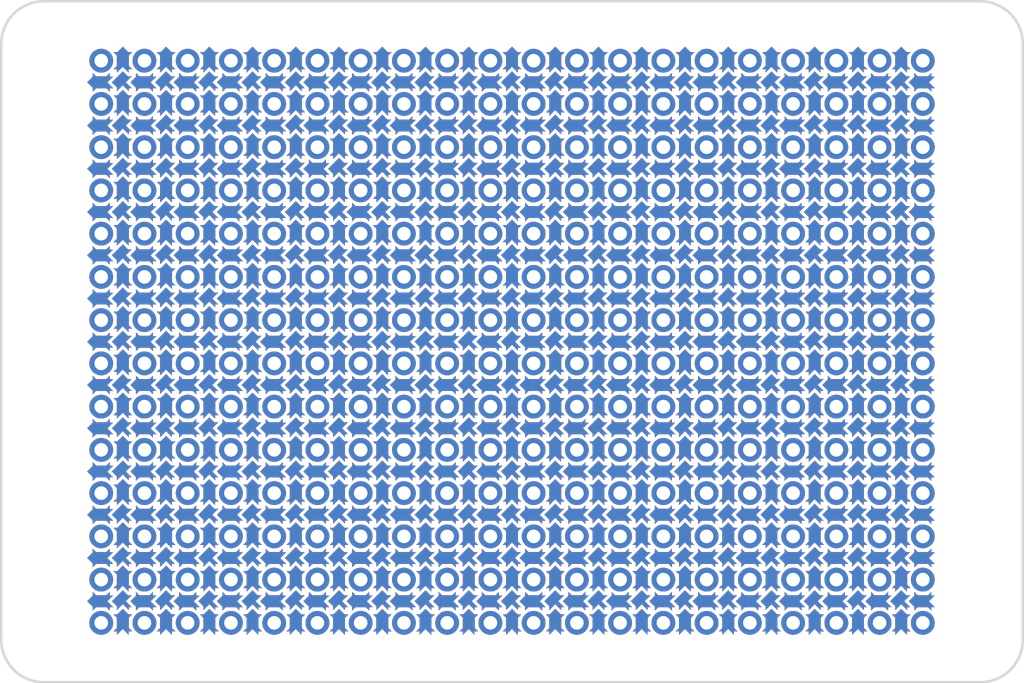
<source format=kicad_pcb>
(kicad_pcb (version 20211014) (generator pcbnew)
  (title_block (title "protoboard base pattern") (comment 1 "CC-BY 4.0") (comment 2 "See http://git.io/vNUDX"))
  (layers (0 "F.Cu" signal) (31 "B.Cu" signal) (34 "B.Paste" user) (35 "F.Paste" user) (36 "B.SilkS" user "B.Silkscreen") (37 "F.SilkS" user "F.Silkscreen") (38 "B.Mask" user) (39 "F.Mask" user) (44 "Edge.Cuts" user))
  (net 0 "")
  (footprint "modules:center-pad-spikes" (layer "F.Cu") (at 123.14 83.76)
    (fp_text reference "REF**" hide)
    (fp_text value "center-pad" hide)
  )
  (footprint "modules:pad-between-spiked" (layer "F.Cu") (at 123.14 82.49)
    (fp_text reference "REF**" hide)
    (fp_text value "pad-between" hide)
  )
  (footprint "modules:pad-between-spiked" (layer "F.Cu") (at 121.87 83.76 90)
    (fp_text reference "REF**" hide)
    (fp_text value "pad-between" hide)
  )
  (footprint "modules:tht-0.8" (layer "F.Cu") (at 121.87 82.49)
    (fp_text reference "REF**" hide)
    (fp_text value "tht-0.8" hide)
  )
  (footprint "modules:pad-between-spiked" (layer "F.Cu") (at 154.89 86.3 90)
    (fp_text reference "REF**" hide)
    (fp_text value "pad-between" hide)
  )
  (footprint "modules:center-pad-spikes" (layer "F.Cu") (at 148.54 99)
    (fp_text reference "REF**" hide)
    (fp_text value "center-pad" hide)
  )
  (footprint "modules:pad-between-spiked" (layer "F.Cu") (at 124.41 114.24 90)
    (fp_text reference "REF**" hide)
    (fp_text value "pad-between" hide)
  )
  (footprint "modules:center-pad-spikes" (layer "F.Cu") (at 166.32 88.84)
    (fp_text reference "REF**" hide)
    (fp_text value "center-pad" hide)
  )
  (footprint "modules:pad-between-spiked" (layer "F.Cu") (at 151.08 90.11)
    (fp_text reference "REF**" hide)
    (fp_text value "pad-between" hide)
  )
  (footprint "modules:tht-0.8" (layer "F.Cu") (at 170.13 110.43)
    (fp_text reference "REF**" hide)
    (fp_text value "tht-0.8" hide)
  )
  (footprint "modules:pad-between-spiked" (layer "F.Cu") (at 135.84 112.97)
    (fp_text reference "REF**" hide)
    (fp_text value "pad-between" hide)
  )
  (footprint "modules:center-pad-spikes" (layer "F.Cu") (at 133.3 106.62)
    (fp_text reference "REF**" hide)
    (fp_text value "center-pad" hide)
  )
  (footprint "modules:pad-between-spiked" (layer "F.Cu") (at 137.11 106.62 90)
    (fp_text reference "REF**" hide)
    (fp_text value "pad-between" hide)
  )
  (footprint "modules:tht-0.8" (layer "F.Cu") (at 152.35 105.35)
    (fp_text reference "REF**" hide)
    (fp_text value "tht-0.8" hide)
  )
  (footprint "modules:pad-between-spiked" (layer "F.Cu") (at 148.54 95.19)
    (fp_text reference "REF**" hide)
    (fp_text value "pad-between" hide)
  )
  (footprint "modules:center-pad-spikes" (layer "F.Cu") (at 135.84 104.08)
    (fp_text reference "REF**" hide)
    (fp_text value "center-pad" hide)
  )
  (footprint "modules:pad-between-spiked" (layer "F.Cu") (at 121.87 96.46 90)
    (fp_text reference "REF**" hide)
    (fp_text value "pad-between" hide)
  )
  (footprint "modules:tht-0.8" (layer "F.Cu") (at 126.95 105.35)
    (fp_text reference "REF**" hide)
    (fp_text value "tht-0.8" hide)
  )
  (footprint "modules:tht-0.8" (layer "F.Cu") (at 154.89 110.43)
    (fp_text reference "REF**" hide)
    (fp_text value "tht-0.8" hide)
  )
  (footprint "modules:pad-between-spiked" (layer "F.Cu") (at 125.68 100.27)
    (fp_text reference "REF**" hide)
    (fp_text value "pad-between" hide)
  )
  (footprint "modules:center-pad-spikes" (layer "F.Cu") (at 151.08 111.7)
    (fp_text reference "REF**" hide)
    (fp_text value "center-pad" hide)
  )
  (footprint "modules:tht-0.8" (layer "F.Cu") (at 142.19 112.97)
    (fp_text reference "REF**" hide)
    (fp_text value "tht-0.8" hide)
  )
  (footprint "modules:tht-0.8" (layer "F.Cu") (at 142.19 105.35)
    (fp_text reference "REF**" hide)
    (fp_text value "tht-0.8" hide)
  )
  (footprint "modules:pad-between-spiked" (layer "F.Cu") (at 152.35 104.08 90)
    (fp_text reference "REF**" hide)
    (fp_text value "pad-between" hide)
  )
  (footprint "modules:pad-between-spiked" (layer "F.Cu") (at 135.84 115.51)
    (fp_text reference "REF**" hide)
    (fp_text value "pad-between" hide)
  )
  (footprint "modules:pad-between-spiked" (layer "F.Cu") (at 156.16 85.03)
    (fp_text reference "REF**" hide)
    (fp_text value "pad-between" hide)
  )
  (footprint "modules:pad-between-spiked" (layer "F.Cu") (at 126.95 111.7 90)
    (fp_text reference "REF**" hide)
    (fp_text value "pad-between" hide)
  )
  (footprint "modules:tht-0.8" (layer "F.Cu") (at 129.49 87.57)
    (fp_text reference "REF**" hide)
    (fp_text value "tht-0.8" hide)
  )
  (footprint "modules:tht-0.8" (layer "F.Cu") (at 126.95 100.27)
    (fp_text reference "REF**" hide)
    (fp_text value "tht-0.8" hide)
  )
  (footprint "modules:pad-between-spiked" (layer "F.Cu") (at 130.76 95.19)
    (fp_text reference "REF**" hide)
    (fp_text value "pad-between" hide)
  )
  (footprint "modules:center-pad-spikes" (layer "F.Cu") (at 125.68 88.84)
    (fp_text reference "REF**" hide)
    (fp_text value "center-pad" hide)
  )
  (footprint "modules:pad-between-spiked" (layer "F.Cu") (at 135.84 110.43)
    (fp_text reference "REF**" hide)
    (fp_text value "pad-between" hide)
  )
  (footprint "modules:tht-0.8" (layer "F.Cu") (at 121.87 97.73)
    (fp_text reference "REF**" hide)
    (fp_text value "tht-0.8" hide)
  )
  (footprint "modules:tht-0.8" (layer "F.Cu") (at 124.41 90.11)
    (fp_text reference "REF**" hide)
    (fp_text value "tht-0.8" hide)
  )
  (footprint "modules:pad-between-spiked" (layer "F.Cu") (at 129.49 83.76 90)
    (fp_text reference "REF**" hide)
    (fp_text value "pad-between" hide)
  )
  (footprint "modules:center-pad-spikes" (layer "F.Cu") (at 143.46 114.24)
    (fp_text reference "REF**" hide)
    (fp_text value "center-pad" hide)
  )
  (footprint "modules:center-pad-spikes" (layer "F.Cu") (at 146 104.08)
    (fp_text reference "REF**" hide)
    (fp_text value "center-pad" hide)
  )
  (footprint "modules:center-pad-spikes" (layer "F.Cu") (at 166.32 99)
    (fp_text reference "REF**" hide)
    (fp_text value "center-pad" hide)
  )
  (footprint "modules:center-pad-spikes" (layer "F.Cu") (at 153.62 91.38)
    (fp_text reference "REF**" hide)
    (fp_text value "center-pad" hide)
  )
  (footprint "modules:pad-between-spiked" (layer "F.Cu") (at 157.43 93.92 90)
    (fp_text reference "REF**" hide)
    (fp_text value "pad-between" hide)
  )
  (footprint "modules:pad-between-spiked" (layer "F.Cu") (at 165.05 109.16 90)
    (fp_text reference "REF**" hide)
    (fp_text value "pad-between" hide)
  )
  (footprint "modules:pad-between-spiked" (layer "F.Cu") (at 159.97 101.54 90)
    (fp_text reference "REF**" hide)
    (fp_text value "pad-between" hide)
  )
  (footprint "modules:pad-between-spiked" (layer "F.Cu") (at 126.95 99 90)
    (fp_text reference "REF**" hide)
    (fp_text value "pad-between" hide)
  )
  (footprint "modules:center-pad-spikes" (layer "F.Cu") (at 163.78 96.46)
    (fp_text reference "REF**" hide)
    (fp_text value "center-pad" hide)
  )
  (footprint "modules:tht-0.8" (layer "F.Cu") (at 121.87 115.51)
    (fp_text reference "REF**" hide)
    (fp_text value "tht-0.8" hide)
  )
  (footprint "modules:tht-0.8" (layer "F.Cu") (at 132.03 85.03)
    (fp_text reference "REF**" hide)
    (fp_text value "tht-0.8" hide)
  )
  (footprint "modules:tht-0.8" (layer "F.Cu") (at 152.35 112.97)
    (fp_text reference "REF**" hide)
    (fp_text value "tht-0.8" hide)
  )
  (footprint "modules:pad-between-spiked" (layer "F.Cu") (at 162.51 106.62 90)
    (fp_text reference "REF**" hide)
    (fp_text value "pad-between" hide)
  )
  (footprint "modules:center-pad-spikes" (layer "F.Cu") (at 156.16 83.76)
    (fp_text reference "REF**" hide)
    (fp_text value "center-pad" hide)
  )
  (footprint "modules:center-pad-spikes" (layer "F.Cu") (at 158.7 101.54)
    (fp_text reference "REF**" hide)
    (fp_text value "center-pad" hide)
  )
  (footprint "modules:center-pad-spikes" (layer "F.Cu") (at 161.24 91.38)
    (fp_text reference "REF**" hide)
    (fp_text value "center-pad" hide)
  )
  (footprint "modules:pad-between-spiked" (layer "F.Cu") (at 165.05 101.54 90)
    (fp_text reference "REF**" hide)
    (fp_text value "pad-between" hide)
  )
  (footprint "modules:pad-between-spiked" (layer "F.Cu") (at 151.08 100.27)
    (fp_text reference "REF**" hide)
    (fp_text value "pad-between" hide)
  )
  (footprint "modules:center-pad-spikes" (layer "F.Cu") (at 151.08 96.46)
    (fp_text reference "REF**" hide)
    (fp_text value "center-pad" hide)
  )
  (footprint "modules:pad-between-spiked" (layer "F.Cu") (at 135.84 97.73)
    (fp_text reference "REF**" hide)
    (fp_text value "pad-between" hide)
  )
  (footprint "modules:pad-between-spiked" (layer "F.Cu") (at 163.78 95.19)
    (fp_text reference "REF**" hide)
    (fp_text value "pad-between" hide)
  )
  (footprint "modules:pad-between-spiked" (layer "F.Cu") (at 157.43 109.16 90)
    (fp_text reference "REF**" hide)
    (fp_text value "pad-between" hide)
  )
  (footprint "modules:tht-0.8" (layer "F.Cu") (at 144.73 102.81)
    (fp_text reference "REF**" hide)
    (fp_text value "tht-0.8" hide)
  )
  (footprint "modules:tht-0.8" (layer "F.Cu") (at 154.89 92.65)
    (fp_text reference "REF**" hide)
    (fp_text value "tht-0.8" hide)
  )
  (footprint "modules:center-pad-spikes" (layer "F.Cu") (at 130.76 111.7)
    (fp_text reference "REF**" hide)
    (fp_text value "center-pad" hide)
  )
  (footprint "modules:tht-0.8" (layer "F.Cu") (at 124.41 105.35)
    (fp_text reference "REF**" hide)
    (fp_text value "tht-0.8" hide)
  )
  (footprint "modules:tht-0.8" (layer "F.Cu") (at 144.73 92.65)
    (fp_text reference "REF**" hide)
    (fp_text value "tht-0.8" hide)
  )
  (footprint "modules:center-pad-spikes" (layer "F.Cu") (at 146 91.38)
    (fp_text reference "REF**" hide)
    (fp_text value "center-pad" hide)
  )
  (footprint "modules:pad-between-spiked" (layer "F.Cu") (at 138.38 92.65)
    (fp_text reference "REF**" hide)
    (fp_text value "pad-between" hide)
  )
  (footprint "modules:tht-0.8" (layer "F.Cu") (at 132.03 102.81)
    (fp_text reference "REF**" hide)
    (fp_text value "tht-0.8" hide)
  )
  (footprint "modules:tht-0.8" (layer "F.Cu") (at 137.11 105.35)
    (fp_text reference "REF**" hide)
    (fp_text value "tht-0.8" hide)
  )
  (footprint "modules:center-pad-spikes" (layer "F.Cu") (at 143.46 109.16)
    (fp_text reference "REF**" hide)
    (fp_text value "center-pad" hide)
  )
  (footprint "modules:center-pad-spikes" (layer "F.Cu") (at 133.3 101.54)
    (fp_text reference "REF**" hide)
    (fp_text value "center-pad" hide)
  )
  (footprint "modules:pad-between-spiked" (layer "F.Cu") (at 154.89 114.24 90)
    (fp_text reference "REF**" hide)
    (fp_text value "pad-between" hide)
  )
  (footprint "modules:center-pad-spikes" (layer "F.Cu") (at 143.46 96.46)
    (fp_text reference "REF**" hide)
    (fp_text value "center-pad" hide)
  )
  (footprint "modules:pad-between-spiked" (layer "F.Cu") (at 137.11 91.38 90)
    (fp_text reference "REF**" hide)
    (fp_text value "pad-between" hide)
  )
  (footprint "modules:pad-between-spiked" (layer "F.Cu") (at 161.24 105.35)
    (fp_text reference "REF**" hide)
    (fp_text value "pad-between" hide)
  )
  (footprint "modules:pad-between-spiked" (layer "F.Cu") (at 154.89 109.16 90)
    (fp_text reference "REF**" hide)
    (fp_text value "pad-between" hide)
  )
  (footprint "modules:tht-0.8" (layer "F.Cu") (at 139.65 97.73)
    (fp_text reference "REF**" hide)
    (fp_text value "tht-0.8" hide)
  )
  (footprint "modules:center-pad-spikes" (layer "F.Cu") (at 158.7 109.16)
    (fp_text reference "REF**" hide)
    (fp_text value "center-pad" hide)
  )
  (footprint "modules:tht-0.8" (layer "F.Cu") (at 149.81 107.89)
    (fp_text reference "REF**" hide)
    (fp_text value "tht-0.8" hide)
  )
  (footprint "modules:tht-0.8" (layer "F.Cu") (at 134.57 97.73)
    (fp_text reference "REF**" hide)
    (fp_text value "tht-0.8" hide)
  )
  (footprint "modules:pad-between-spiked" (layer "F.Cu") (at 158.7 82.49)
    (fp_text reference "REF**" hide)
    (fp_text value "pad-between" hide)
  )
  (footprint "modules:pad-between-spiked" (layer "F.Cu") (at 124.41 91.38 90)
    (fp_text reference "REF**" hide)
    (fp_text value "pad-between" hide)
  )
  (footprint "modules:tht-0.8" (layer "F.Cu") (at 132.03 90.11)
    (fp_text reference "REF**" hide)
    (fp_text value "tht-0.8" hide)
  )
  (footprint "modules:pad-between-spiked" (layer "F.Cu") (at 157.43 88.84 90)
    (fp_text reference "REF**" hide)
    (fp_text value "pad-between" hide)
  )
  (footprint "modules:pad-between-spiked" (layer "F.Cu") (at 153.62 90.11)
    (fp_text reference "REF**" hide)
    (fp_text value "pad-between" hide)
  )
  (footprint "modules:pad-between-spiked" (layer "F.Cu") (at 140.92 102.81)
    (fp_text reference "REF**" hide)
    (fp_text value "pad-between" hide)
  )
  (footprint "modules:pad-between-spiked" (layer "F.Cu") (at 135.84 105.35)
    (fp_text reference "REF**" hide)
    (fp_text value "pad-between" hide)
  )
  (footprint "modules:tht-0.8" (layer "F.Cu") (at 167.59 100.27)
    (fp_text reference "REF**" hide)
    (fp_text value "tht-0.8" hide)
  )
  (footprint "modules:tht-0.8" (layer "F.Cu") (at 170.13 95.19)
    (fp_text reference "REF**" hide)
    (fp_text value "tht-0.8" hide)
  )
  (footprint "modules:pad-between-spiked" (layer "F.Cu") (at 138.38 87.57)
    (fp_text reference "REF**" hide)
    (fp_text value "pad-between" hide)
  )
  (footprint "modules:tht-0.8" (layer "F.Cu") (at 152.35 107.89)
    (fp_text reference "REF**" hide)
    (fp_text value "tht-0.8" hide)
  )
  (footprint "modules:pad-between-spiked" (layer "F.Cu") (at 142.19 101.54 90)
    (fp_text reference "REF**" hide)
    (fp_text value "pad-between" hide)
  )
  (footprint "modules:pad-between-spiked" (layer "F.Cu") (at 156.16 100.27)
    (fp_text reference "REF**" hide)
    (fp_text value "pad-between" hide)
  )
  (footprint "modules:tht-0.8" (layer "F.Cu") (at 137.11 92.65)
    (fp_text reference "REF**" hide)
    (fp_text value "tht-0.8" hide)
  )
  (footprint "modules:tht-0.8" (layer "F.Cu") (at 126.95 107.89)
    (fp_text reference "REF**" hide)
    (fp_text value "tht-0.8" hide)
  )
  (footprint "modules:pad-between-spiked" (layer "F.Cu") (at 130.76 115.51)
    (fp_text reference "REF**" hide)
    (fp_text value "pad-between" hide)
  )
  (footprint "modules:tht-0.8" (layer "F.Cu") (at 147.27 82.49)
    (fp_text reference "REF**" hide)
    (fp_text value "tht-0.8" hide)
  )
  (footprint "modules:pad-between-spiked" (layer "F.Cu") (at 147.27 111.7 90)
    (fp_text reference "REF**" hide)
    (fp_text value "pad-between" hide)
  )
  (footprint "modules:center-pad-spikes" (layer "F.Cu") (at 138.38 93.92)
    (fp_text reference "REF**" hide)
    (fp_text value "center-pad" hide)
  )
  (footprint "modules:pad-between-spiked" (layer "F.Cu") (at 161.24 92.65)
    (fp_text reference "REF**" hide)
    (fp_text value "pad-between" hide)
  )
  (footprint "modules:center-pad-spikes" (layer "F.Cu") (at 140.92 96.46)
    (fp_text reference "REF**" hide)
    (fp_text value "center-pad" hide)
  )
  (footprint "modules:pad-between-spiked" (layer "F.Cu") (at 140.92 105.35)
    (fp_text reference "REF**" hide)
    (fp_text value "pad-between" hide)
  )
  (footprint "modules:tht-0.8" (layer "F.Cu") (at 147.27 112.97)
    (fp_text reference "REF**" hide)
    (fp_text value "tht-0.8" hide)
  )
  (footprint "modules:pad-between-spiked" (layer "F.Cu") (at 143.46 95.19)
    (fp_text reference "REF**" hide)
    (fp_text value "pad-between" hide)
  )
  (footprint "modules:center-pad-spikes" (layer "F.Cu") (at 148.54 101.54)
    (fp_text reference "REF**" hide)
    (fp_text value "center-pad" hide)
  )
  (footprint "modules:tht-0.8" (layer "F.Cu") (at 170.13 85.03)
    (fp_text reference "REF**" hide)
    (fp_text value "tht-0.8" hide)
  )
  (footprint "modules:pad-between-spiked" (layer "F.Cu") (at 128.22 102.81)
    (fp_text reference "REF**" hide)
    (fp_text value "pad-between" hide)
  )
  (footprint "modules:pad-between-spiked" (layer "F.Cu") (at 126.95 109.16 90)
    (fp_text reference "REF**" hide)
    (fp_text value "pad-between" hide)
  )
  (footprint "modules:pad-between-spiked" (layer "F.Cu") (at 137.11 88.84 90)
    (fp_text reference "REF**" hide)
    (fp_text value "pad-between" hide)
  )
  (footprint "modules:tht-0.8" (layer "F.Cu") (at 167.59 115.51)
    (fp_text reference "REF**" hide)
    (fp_text value "tht-0.8" hide)
  )
  (footprint "modules:pad-between-spiked" (layer "F.Cu") (at 166.32 100.27)
    (fp_text reference "REF**" hide)
    (fp_text value "pad-between" hide)
  )
  (footprint "modules:center-pad-spikes" (layer "F.Cu") (at 123.14 104.08)
    (fp_text reference "REF**" hide)
    (fp_text value "center-pad" hide)
  )
  (footprint "modules:pad-between-spiked" (layer "F.Cu") (at 152.35 93.92 90)
    (fp_text reference "REF**" hide)
    (fp_text value "pad-between" hide)
  )
  (footprint "MeineBib:EigenesMountingHole_2.6mm_M2.5_Small" (layer "F.Cu") (at 173.5 116.5)
    (fp_text reference "MK2" hide)
    (fp_text value "Mounting_Hole" hide)
  )
  (footprint "modules:pad-between-spiked" (layer "F.Cu") (at 133.3 97.73)
    (fp_text reference "REF**" hide)
    (fp_text value "pad-between" hide)
  )
  (footprint "modules:pad-between-spiked" (layer "F.Cu") (at 146 112.97)
    (fp_text reference "REF**" hide)
    (fp_text value "pad-between" hide)
  )
  (footprint "modules:pad-between-spiked" (layer "F.Cu") (at 146 90.11)
    (fp_text reference "REF**" hide)
    (fp_text value "pad-between" hide)
  )
  (footprint "modules:tht-0.8" (layer "F.Cu") (at 139.65 107.89)
    (fp_text reference "REF**" hide)
    (fp_text value "tht-0.8" hide)
  )
  (footprint "modules:pad-between-spiked" (layer "F.Cu") (at 159.97 86.3 90)
    (fp_text reference "REF**" hide)
    (fp_text value "pad-between" hide)
  )
  (footprint "modules:pad-between-spiked" (layer "F.Cu") (at 148.54 105.35)
    (fp_text reference "REF**" hide)
    (fp_text value "pad-between" hide)
  )
  (footprint "modules:pad-between-spiked" (layer "F.Cu") (at 121.87 104.08 90)
    (fp_text reference "REF**" hide)
    (fp_text value "pad-between" hide)
  )
  (footprint "modules:tht-0.8" (layer "F.Cu") (at 139.65 92.65)
    (fp_text reference "REF**" hide)
    (fp_text value "tht-0.8" hide)
  )
  (footprint "modules:tht-0.8" (layer "F.Cu") (at 165.05 87.57)
    (fp_text reference "REF**" hide)
    (fp_text value "tht-0.8" hide)
  )
  (footprint "modules:pad-between-spiked" (layer "F.Cu") (at 146 115.51)
    (fp_text reference "REF**" hide)
    (fp_text value "pad-between" hide)
  )
  (footprint "modules:tht-0.8" (layer "F.Cu") (at 162.51 85.03)
    (fp_text reference "REF**" hide)
    (fp_text value "tht-0.8" hide)
  )
  (footprint "modules:pad-between-spiked" (layer "F.Cu") (at 144.73 96.46 90)
    (fp_text reference "REF**" hide)
    (fp_text value "pad-between" hide)
  )
  (footprint "modules:pad-between-spiked" (layer "F.Cu") (at 166.32 92.65)
    (fp_text reference "REF**" hide)
    (fp_text value "pad-between" hide)
  )
  (footprint "modules:pad-between-spiked" (layer "F.Cu") (at 124.41 111.7 90)
    (fp_text reference "REF**" hide)
    (fp_text value "pad-between" hide)
  )
  (footprint "modules:tht-0.8" (layer "F.Cu") (at 157.43 90.11)
    (fp_text reference "REF**" hide)
    (fp_text value "tht-0.8" hide)
  )
  (footprint "modules:pad-between-spiked" (layer "F.Cu") (at 139.65 91.38 90)
    (fp_text reference "REF**" hide)
    (fp_text value "pad-between" hide)
  )
  (footprint "modules:tht-0.8" (layer "F.Cu") (at 142.19 110.43)
    (fp_text reference "REF**" hide)
    (fp_text value "tht-0.8" hide)
  )
  (footprint "modules:center-pad-spikes" (layer "F.Cu") (at 163.78 104.08)
    (fp_text reference "REF**" hide)
    (fp_text value "center-pad" hide)
  )
  (footprint "modules:pad-between-spiked" (layer "F.Cu") (at 157.43 86.3 90)
    (fp_text reference "REF**" hide)
    (fp_text value "pad-between" hide)
  )
  (footprint "modules:pad-between-spiked" (layer "F.Cu") (at 143.46 112.97)
    (fp_text reference "REF**" hide)
    (fp_text value "pad-between" hide)
  )
  (footprint "modules:pad-between-spiked" (layer "F.Cu") (at 121.87 88.84 90)
    (fp_text reference "REF**" hide)
    (fp_text value "pad-between" hide)
  )
  (footprint "modules:tht-0.8" (layer "F.Cu") (at 132.03 100.27)
    (fp_text reference "REF**" hide)
    (fp_text value "tht-0.8" hide)
  )
  (footprint "modules:tht-0.8" (layer "F.Cu") (at 121.87 105.35)
    (fp_text reference "REF**" hide)
    (fp_text value "tht-0.8" hide)
  )
  (footprint "modules:pad-between-spiked" (layer "F.Cu") (at 144.73 83.76 90)
    (fp_text reference "REF**" hide)
    (fp_text value "pad-between" hide)
  )
  (footprint "modules:tht-0.8" (layer "F.Cu") (at 149.81 110.43)
    (fp_text reference "REF**" hide)
    (fp_text value "tht-0.8" hide)
  )
  (footprint "modules:tht-0.8" (layer "F.Cu") (at 159.97 97.73)
    (fp_text reference "REF**" hide)
    (fp_text value "tht-0.8" hide)
  )
  (footprint "modules:tht-0.8" (layer "F.Cu") (at 167.59 105.35)
    (fp_text reference "REF**" hide)
    (fp_text value "tht-0.8" hide)
  )
  (footprint "modules:pad-between-spiked" (layer "F.Cu") (at 138.38 105.35)
    (fp_text reference "REF**" hide)
    (fp_text value "pad-between" hide)
  )
  (footprint "modules:tht-0.8" (layer "F.Cu") (at 137.11 85.03)
    (fp_text reference "REF**" hide)
    (fp_text value "tht-0.8" hide)
  )
  (footprint "modules:pad-between-spiked" (layer "F.Cu") (at 159.97 93.92 90)
    (fp_text reference "REF**" hide)
    (fp_text value "pad-between" hide)
  )
  (footprint "modules:pad-between-spiked" (layer "F.Cu") (at 130.76 105.35)
    (fp_text reference "REF**" hide)
    (fp_text value "pad-between" hide)
  )
  (footprint "modules:pad-between-spiked" (layer "F.Cu") (at 139.65 111.7 90)
    (fp_text reference "REF**" hide)
    (fp_text value "pad-between" hide)
  )
  (footprint "modules:tht-0.8" (layer "F.Cu") (at 152.35 90.11)
    (fp_text reference "REF**" hide)
    (fp_text value "tht-0.8" hide)
  )
  (footprint "modules:pad-between-spiked" (layer "F.Cu") (at 162.51 93.92 90)
    (fp_text reference "REF**" hide)
    (fp_text value "pad-between" hide)
  )
  (footprint "modules:center-pad-spikes" (layer "F.Cu") (at 148.54 96.46)
    (fp_text reference "REF**" hide)
    (fp_text value "center-pad" hide)
  )
  (footprint "modules:center-pad-spikes" (layer "F.Cu") (at 125.68 111.7)
    (fp_text reference "REF**" hide)
    (fp_text value "center-pad" hide)
  )
  (footprint "modules:tht-0.8" (layer "F.Cu") (at 144.73 112.97)
    (fp_text reference "REF**" hide)
    (fp_text value "tht-0.8" hide)
  )
  (footprint "modules:tht-0.8" (layer "F.Cu") (at 167.59 85.03)
    (fp_text reference "REF**" hide)
    (fp_text value "tht-0.8" hide)
  )
  (footprint "modules:pad-between-spiked" (layer "F.Cu") (at 153.62 82.49)
    (fp_text reference "REF**" hide)
    (fp_text value "pad-between" hide)
  )
  (footprint "modules:center-pad-spikes" (layer "F.Cu") (at 156.16 106.62)
    (fp_text reference "REF**" hide)
    (fp_text value "center-pad" hide)
  )
  (footprint "modules:center-pad-spikes" (layer "F.Cu") (at 135.84 111.7)
    (fp_text reference "REF**" hide)
    (fp_text value "center-pad" hide)
  )
  (footprint "modules:tht-0.8" (layer "F.Cu") (at 139.65 82.49)
    (fp_text reference "REF**" hide)
    (fp_text value "tht-0.8" hide)
  )
  (footprint "modules:tht-0.8" (layer "F.Cu") (at 165.05 102.81)
    (fp_text reference "REF**" hide)
    (fp_text value "tht-0.8" hide)
  )
  (footprint "modules:pad-between-spiked" (layer "F.Cu") (at 168.86 110.43)
    (fp_text reference "REF**" hide)
    (fp_text value "pad-between" hide)
  )
  (footprint "modules:pad-between-spiked" (layer "F.Cu") (at 134.57 111.7 90)
    (fp_text reference "REF**" hide)
    (fp_text value "pad-between" hide)
  )
  (footprint "modules:center-pad-spikes" (layer "F.Cu") (at 148.54 111.7)
    (fp_text reference "REF**" hide)
    (fp_text value "center-pad" hide)
  )
  (footprint "modules:center-pad-spikes" (layer "F.Cu") (at 168.86 101.54)
    (fp_text reference "REF**" hide)
    (fp_text value "center-pad" hide)
  )
  (footprint "modules:center-pad-spikes" (layer "F.Cu") (at 166.32 83.76)
    (fp_text reference "REF**" hide)
    (fp_text value "center-pad" hide)
  )
  (footprint "modules:center-pad-spikes" (layer "F.Cu") (at 123.14 111.7)
    (fp_text reference "REF**" hide)
    (fp_text value "center-pad" hide)
  )
  (footprint "modules:pad-between-spiked" (layer "F.Cu") (at 151.08 110.43)
    (fp_text reference "REF**" hide)
    (fp_text value "pad-between" hide)
  )
  (footprint "modules:pad-between-spiked" (layer "F.Cu") (at 166.32 90.11)
    (fp_text reference "REF**" hide)
    (fp_text value "pad-between" hide)
  )
  (footprint "modules:center-pad-spikes" (layer "F.Cu") (at 138.38 91.38)
    (fp_text reference "REF**" hide)
    (fp_text value "center-pad" hide)
  )
  (footprint "modules:center-pad-spikes" (layer "F.Cu") (at 146 96.46)
    (fp_text reference "REF**" hide)
    (fp_text value "center-pad" hide)
  )
  (footprint "modules:center-pad-spikes" (layer "F.Cu") (at 128.22 86.3)
    (fp_text reference "REF**" hide)
    (fp_text value "center-pad" hide)
  )
  (footprint "modules:center-pad-spikes" (layer "F.Cu") (at 163.78 88.84)
    (fp_text reference "REF**" hide)
    (fp_text value "center-pad" hide)
  )
  (footprint "modules:tht-0.8" (layer "F.Cu") (at 152.35 95.19)
    (fp_text reference "REF**" hide)
    (fp_text value "tht-0.8" hide)
  )
  (footprint "modules:center-pad-spikes" (layer "F.Cu") (at 156.16 114.24)
    (fp_text reference "REF**" hide)
    (fp_text value "center-pad" hide)
  )
  (footprint "modules:center-pad-spikes" (layer "F.Cu") (at 153.62 101.54)
    (fp_text reference "REF**" hide)
    (fp_text value "center-pad" hide)
  )
  (footprint "modules:pad-between-spiked" (layer "F.Cu") (at 135.84 85.03)
    (fp_text reference "REF**" hide)
    (fp_text value "pad-between" hide)
  )
  (footprint "modules:center-pad-spikes" (layer "F.Cu") (at 156.16 109.16)
    (fp_text reference "REF**" hide)
    (fp_text value "center-pad" hide)
  )
  (footprint "modules:pad-between-spiked" (layer "F.Cu") (at 139.65 88.84 90)
    (fp_text reference "REF**" hide)
    (fp_text value "pad-between" hide)
  )
  (footprint "modules:pad-between-spiked" (layer "F.Cu") (at 140.92 87.57)
    (fp_text reference "REF**" hide)
    (fp_text value "pad-between" hide)
  )
  (footprint "modules:pad-between-spiked" (layer "F.Cu") (at 132.03 88.84 90)
    (fp_text reference "REF**" hide)
    (fp_text value "pad-between" hide)
  )
  (footprint "modules:tht-0.8" (layer "F.Cu") (at 165.05 100.27)
    (fp_text reference "REF**" hide)
    (fp_text value "tht-0.8" hide)
  )
  (footprint "modules:center-pad-spikes" (layer "F.Cu") (at 163.78 106.62)
    (fp_text reference "REF**" hide)
    (fp_text value "center-pad" hide)
  )
  (footprint "modules:pad-between-spiked" (layer "F.Cu") (at 133.3 115.51)
    (fp_text reference "REF**" hide)
    (fp_text value "pad-between" hide)
  )
  (footprint "modules:pad-between-spiked" (layer "F.Cu") (at 126.95 101.54 90)
    (fp_text reference "REF**" hide)
    (fp_text value "pad-between" hide)
  )
  (footprint "modules:tht-0.8" (layer "F.Cu") (at 157.43 87.57)
    (fp_text reference "REF**" hide)
    (fp_text value "tht-0.8" hide)
  )
  (footprint "modules:tht-0.8" (layer "F.Cu") (at 137.11 97.73)
    (fp_text reference "REF**" hide)
    (fp_text value "tht-0.8" hide)
  )
  (footprint "modules:pad-between-spiked" (layer "F.Cu") (at 151.08 112.97)
    (fp_text reference "REF**" hide)
    (fp_text value "pad-between" hide)
  )
  (footprint "modules:tht-0.8" (layer "F.Cu") (at 144.73 110.43)
    (fp_text reference "REF**" hide)
    (fp_text value "tht-0.8" hide)
  )
  (footprint "modules:pad-between-spiked" (layer "F.Cu") (at 130.76 87.57)
    (fp_text reference "REF**" hide)
    (fp_text value "pad-between" hide)
  )
  (footprint "modules:tht-0.8" (layer "F.Cu") (at 139.65 85.03)
    (fp_text reference "REF**" hide)
    (fp_text value "tht-0.8" hide)
  )
  (footprint "modules:pad-between-spiked" (layer "F.Cu") (at 142.19 111.7 90)
    (fp_text reference "REF**" hide)
    (fp_text value "pad-between" hide)
  )
  (footprint "modules:center-pad-spikes" (layer "F.Cu") (at 128.22 114.24)
    (fp_text reference "REF**" hide)
    (fp_text value "center-pad" hide)
  )
  (footprint "modules:pad-between-spiked" (layer "F.Cu") (at 142.19 91.38 90)
    (fp_text reference "REF**" hide)
    (fp_text value "pad-between" hide)
  )
  (footprint "modules:pad-between-spiked" (layer "F.Cu") (at 134.57 109.16 90)
    (fp_text reference "REF**" hide)
    (fp_text value "pad-between" hide)
  )
  (footprint "modules:tht-0.8" (layer "F.Cu") (at 170.13 105.35)
    (fp_text reference "REF**" hide)
    (fp_text value "tht-0.8" hide)
  )
  (footprint "modules:pad-between-spiked" (layer "F.Cu") (at 135.84 90.11)
    (fp_text reference "REF**" hide)
    (fp_text value "pad-between" hide)
  )
  (footprint "modules:tht-0.8" (layer "F.Cu") (at 159.97 82.49)
    (fp_text reference "REF**" hide)
    (fp_text value "tht-0.8" hide)
  )
  (footprint "modules:center-pad-spikes" (layer "F.Cu") (at 153.62 83.76)
    (fp_text reference "REF**" hide)
    (fp_text value "center-pad" hide)
  )
  (footprint "modules:pad-between-spiked" (layer "F.Cu") (at 159.97 88.84 90)
    (fp_text reference "REF**" hide)
    (fp_text value "pad-between" hide)
  )
  (footprint "modules:center-pad-spikes" (layer "F.Cu") (at 148.54 86.3)
    (fp_text reference "REF**" hide)
    (fp_text value "center-pad" hide)
  )
  (footprint "modules:pad-between-spiked" (layer "F.Cu") (at 124.41 88.84 90)
    (fp_text reference "REF**" hide)
    (fp_text value "pad-between" hide)
  )
  (footprint "modules:tht-0.8" (layer "F.Cu") (at 126.95 112.97)
    (fp_text reference "REF**" hide)
    (fp_text value "tht-0.8" hide)
  )
  (footprint "modules:pad-between-spiked" (layer "F.Cu") (at 147.27 88.84 90)
    (fp_text reference "REF**" hide)
    (fp_text value "pad-between" hide)
  )
  (footprint "modules:pad-between-spiked" (layer "F.Cu") (at 170.13 106.62 90)
    (fp_text reference "REF**" hide)
    (fp_text value "pad-between" hide)
  )
  (footprint "modules:tht-0.8" (layer "F.Cu") (at 157.43 82.49)
    (fp_text reference "REF**" hide)
    (fp_text value "tht-0.8" hide)
  )
  (footprint "modules:pad-between-spiked" (layer "F.Cu") (at 133.3 85.03)
    (fp_text reference "REF**" hide)
    (fp_text value "pad-between" hide)
  )
  (footprint "modules:pad-between-spiked" (layer "F.Cu") (at 157.43 91.38 90)
    (fp_text reference "REF**" hide)
    (fp_text value "pad-between" hide)
  )
  (footprint "modules:pad-between-spiked" (layer "F.Cu") (at 140.92 97.73)
    (fp_text reference "REF**" hide)
    (fp_text value "pad-between" hide)
  )
  (footprint "modules:tht-0.8" (layer "F.Cu") (at 137.11 95.19)
    (fp_text reference "REF**" hide)
    (fp_text value "tht-0.8" hide)
  )
  (footprint "modules:pad-between-spiked" (layer "F.Cu") (at 147.27 91.38 90)
    (fp_text reference "REF**" hide)
    (fp_text value "pad-between" hide)
  )
  (footprint "modules:tht-0.8" (layer "F.Cu") (at 137.11 107.89)
    (fp_text reference "REF**" hide)
    (fp_text value "tht-0.8" hide)
  )
  (footprint "modules:pad-between-spiked" (layer "F.Cu") (at 128.22 110.43)
    (fp_text reference "REF**" hide)
    (fp_text value "pad-between" hide)
  )
  (footprint "modules:tht-0.8" (layer "F.Cu") (at 162.51 102.81)
    (fp_text reference "REF**" hide)
    (fp_text value "tht-0.8" hide)
  )
  (footprint "modules:tht-0.8" (layer "F.Cu") (at 170.13 107.89)
    (fp_text reference "REF**" hide)
    (fp_text value "tht-0.8" hide)
  )
  (footprint "modules:tht-0.8" (layer "F.Cu") (at 139.65 90.11)
    (fp_text reference "REF**" hide)
    (fp_text value "tht-0.8" hide)
  )
  (footprint "modules:pad-between-spiked" (layer "F.Cu") (at 123.14 102.81)
    (fp_text reference "REF**" hide)
    (fp_text value "pad-between" hide)
  )
  (footprint "modules:center-pad-spikes" (layer "F.Cu") (at 151.08 83.76)
    (fp_text reference "REF**" hide)
    (fp_text value "center-pad" hide)
  )
  (footprint "modules:pad-between-spiked" (layer "F.Cu") (at 157.43 101.54 90)
    (fp_text reference "REF**" hide)
    (fp_text value "pad-between" hide)
  )
  (footprint "modules:pad-between-spiked" (layer "F.Cu") (at 140.92 85.03)
    (fp_text reference "REF**" hide)
    (fp_text value "pad-between" hide)
  )
  (footprint "modules:pad-between-spiked" (layer "F.Cu") (at 168.86 82.49)
    (fp_text reference "REF**" hide)
    (fp_text value "pad-between" hide)
  )
  (footprint "modules:pad-between-spiked" (layer "F.Cu") (at 162.51 114.24 90)
    (fp_text reference "REF**" hide)
    (fp_text value "pad-between" hide)
  )
  (footprint "modules:pad-between-spiked" (layer "F.Cu") (at 128.22 115.51)
    (fp_text reference "REF**" hide)
    (fp_text value "pad-between" hide)
  )
  (footprint "modules:center-pad-spikes" (layer "F.Cu") (at 143.46 83.76)
    (fp_text reference "REF**" hide)
    (fp_text value "center-pad" hide)
  )
  (footprint "modules:pad-between-spiked" (layer "F.Cu") (at 157.43 96.46 90)
    (fp_text reference "REF**" hide)
    (fp_text value "pad-between" hide)
  )
  (footprint "modules:tht-0.8" (layer "F.Cu") (at 170.13 97.73)
    (fp_text reference "REF**" hide)
    (fp_text value "tht-0.8" hide)
  )
  (footprint "modules:pad-between-spiked" (layer "F.Cu") (at 125.68 90.11)
    (fp_text reference "REF**" hide)
    (fp_text value "pad-between" hide)
  )
  (footprint "modules:pad-between-spiked" (layer "F.Cu") (at 167.59 99 90)
    (fp_text reference "REF**" hide)
    (fp_text value "pad-between" hide)
  )
  (footprint "modules:pad-between-spiked" (layer "F.Cu") (at 126.95 106.62 90)
    (fp_text reference "REF**" hide)
    (fp_text value "pad-between" hide)
  )
  (footprint "modules:center-pad-spikes" (layer "F.Cu") (at 151.08 86.3)
    (fp_text reference "REF**" hide)
    (fp_text value "center-pad" hide)
  )
  (footprint "modules:pad-between-spiked" (layer "F.Cu") (at 161.24 115.51)
    (fp_text reference "REF**" hide)
    (fp_text value "pad-between" hide)
  )
  (footprint "modules:pad-between-spiked" (layer "F.Cu") (at 161.24 112.97)
    (fp_text reference "REF**" hide)
    (fp_text value "pad-between" hide)
  )
  (footprint "modules:center-pad-spikes" (layer "F.Cu") (at 168.86 83.76)
    (fp_text reference "REF**" hide)
    (fp_text value "center-pad" hide)
  )
  (footprint "modules:pad-between-spiked" (layer "F.Cu") (at 167.59 91.38 90)
    (fp_text reference "REF**" hide)
    (fp_text value "pad-between" hide)
  )
  (footprint "modules:pad-between-spiked" (layer "F.Cu") (at 153.62 97.73)
    (fp_text reference "REF**" hide)
    (fp_text value "pad-between" hide)
  )
  (footprint "modules:center-pad-spikes" (layer "F.Cu") (at 138.38 114.24)
    (fp_text reference "REF**" hide)
    (fp_text value "center-pad" hide)
  )
  (footprint "modules:pad-between-spiked" (layer "F.Cu") (at 154.89 101.54 90)
    (fp_text reference "REF**" hide)
    (fp_text value "pad-between" hide)
  )
  (footprint "modules:center-pad-spikes" (layer "F.Cu") (at 166.32 86.3)
    (fp_text reference "REF**" hide)
    (fp_text value "center-pad" hide)
  )
  (footprint "modules:pad-between-spiked" (layer "F.Cu") (at 149.81 83.76 90)
    (fp_text reference "REF**" hide)
    (fp_text value "pad-between" hide)
  )
  (footprint "modules:pad-between-spiked" (layer "F.Cu") (at 148.54 115.51)
    (fp_text reference "REF**" hide)
    (fp_text value "pad-between" hide)
  )
  (footprint "modules:pad-between-spiked" (layer "F.Cu") (at 137.11 93.92 90)
    (fp_text reference "REF**" hide)
    (fp_text value "pad-between" hide)
  )
  (footprint "modules:center-pad-spikes" (layer "F.Cu") (at 148.54 106.62)
    (fp_text reference "REF**" hide)
    (fp_text value "center-pad" hide)
  )
  (footprint "modules:pad-between-spiked" (layer "F.Cu") (at 133.3 105.35)
    (fp_text reference "REF**" hide)
    (fp_text value "pad-between" hide)
  )
  (footprint "modules:center-pad-spikes" (layer "F.Cu") (at 158.7 104.08)
    (fp_text reference "REF**" hide)
    (fp_text value "center-pad" hide)
  )
  (footprint "modules:tht-0.8" (layer "F.Cu") (at 142.19 115.51)
    (fp_text reference "REF**" hide)
    (fp_text value "tht-0.8" hide)
  )
  (footprint "modules:tht-0.8" (layer "F.Cu") (at 126.95 97.73)
    (fp_text reference "REF**" hide)
    (fp_text value "tht-0.8" hide)
  )
  (footprint "modules:tht-0.8" (layer "F.Cu") (at 149.81 97.73)
    (fp_text reference "REF**" hide)
    (fp_text value "tht-0.8" hide)
  )
  (footprint "modules:pad-between-spiked" (layer "F.Cu") (at 123.14 110.43)
    (fp_text reference "REF**" hide)
    (fp_text value "pad-between" hide)
  )
  (footprint "modules:pad-between-spiked" (layer "F.Cu") (at 125.68 95.19)
    (fp_text reference "REF**" hide)
    (fp_text value "pad-between" hide)
  )
  (footprint "modules:pad-between-spiked" (layer "F.Cu") (at 124.41 86.3 90)
    (fp_text reference "REF**" hide)
    (fp_text value "pad-between" hide)
  )
  (footprint "modules:tht-0.8" (layer "F.Cu") (at 162.51 115.51)
    (fp_text reference "REF**" hide)
    (fp_text value "tht-0.8" hide)
  )
  (footprint "modules:pad-between-spiked" (layer "F.Cu") (at 135.84 107.89)
    (fp_text reference "REF**" hide)
    (fp_text value "pad-between" hide)
  )
  (footprint "modules:center-pad-spikes" (layer "F.Cu") (at 135.84 114.24)
    (fp_text reference "REF**" hide)
    (fp_text value "center-pad" hide)
  )
  (footprint "modules:pad-between-spiked" (layer "F.Cu") (at 163.78 112.97)
    (fp_text reference "REF**" hide)
    (fp_text value "pad-between" hide)
  )
  (footprint "modules:tht-0.8" (layer "F.Cu") (at 121.87 110.43)
    (fp_text reference "REF**" hide)
    (fp_text value "tht-0.8" hide)
  )
  (footprint "modules:center-pad-spikes" (layer "F.Cu") (at 140.92 114.24)
    (fp_text reference "REF**" hide)
    (fp_text value "center-pad" hide)
  )
  (footprint "modules:center-pad-spikes" (layer "F.Cu") (at 163.78 83.76)
    (fp_text reference "REF**" hide)
    (fp_text value "center-pad" hide)
  )
  (footprint "modules:pad-between-spiked" (layer "F.Cu") (at 123.14 90.11)
    (fp_text reference "REF**" hide)
    (fp_text value "pad-between" hide)
  )
  (footprint "MeineBib:EigenesMountingHole_2.6mm_M2.5_Small" (layer "F.Cu") (at 173.5 81.5)
    (fp_text reference "MK2" hide)
    (fp_text value "Mounting_Hole" hide)
  )
  (footprint "modules:pad-between-spiked" (layer "F.Cu") (at 159.97 91.38 90)
    (fp_text reference "REF**" hide)
    (fp_text value "pad-between" hide)
  )
  (footprint "modules:pad-between-spiked" (layer "F.Cu") (at 144.73 91.38 90)
    (fp_text reference "REF**" hide)
    (fp_text value "pad-between" hide)
  )
  (footprint "modules:pad-between-spiked" (layer "F.Cu") (at 146 100.27)
    (fp_text reference "REF**" hide)
    (fp_text value "pad-between" hide)
  )
  (footprint "modules:center-pad-spikes" (layer "F.Cu") (at 148.54 88.84)
    (fp_text reference "REF**" hide)
    (fp_text value "center-pad" hide)
  )
  (footprint "MeineBib:EigenesMountingHole_2.6mm_M2.5_Small" (layer "F.Cu") (at 118.5 116.5)
    (fp_text reference "MK2" hide)
    (fp_text value "Mounting_Hole" hide)
  )
  (footprint "modules:center-pad-spikes" (layer "F.Cu") (at 158.7 96.46)
    (fp_text reference "REF**" hide)
    (fp_text value "center-pad" hide)
  )
  (footprint "modules:center-pad-spikes" (layer "F.Cu") (at 128.22 106.62)
    (fp_text reference "REF**" hide)
    (fp_text value "center-pad" hide)
  )
  (footprint "modules:pad-between-spiked" (layer "F.Cu") (at 143.46 85.03)
    (fp_text reference "REF**" hide)
    (fp_text value "pad-between" hide)
  )
  (footprint "modules:center-pad-spikes" (layer "F.Cu") (at 146 99)
    (fp_text reference "REF**" hide)
    (fp_text value "center-pad" hide)
  )
  (footprint "modules:center-pad-spikes" (layer "F.Cu") (at 158.7 111.7)
    (fp_text reference "REF**" hide)
    (fp_text value "center-pad" hide)
  )
  (footprint "modules:center-pad-spikes" (layer "F.Cu") (at 156.16 93.92)
    (fp_text reference "REF**" hide)
    (fp_text value "center-pad" hide)
  )
  (footprint "modules:tht-0.8" (layer "F.Cu") (at 167.59 92.65)
    (fp_text reference "REF**" hide)
    (fp_text value "tht-0.8" hide)
  )
  (footprint "modules:center-pad-spikes" (layer "F.Cu") (at 168.86 104.08)
    (fp_text reference "REF**" hide)
    (fp_text value "center-pad" hide)
  )
  (footprint "modules:tht-0.8" (layer "F.Cu") (at 121.87 100.27)
    (fp_text reference "REF**" hide)
    (fp_text value "tht-0.8" hide)
  )
  (footprint "modules:pad-between-spiked" (layer "F.Cu") (at 139.65 101.54 90)
    (fp_text reference "REF**" hide)
    (fp_text value "pad-between" hide)
  )
  (footprint "modules:tht-0.8" (layer "F.Cu") (at 124.41 107.89)
    (fp_text reference "REF**" hide)
    (fp_text value "tht-0.8" hide)
  )
  (footprint "modules:center-pad-spikes" (layer "F.Cu") (at 133.3 86.3)
    (fp_text reference "REF**" hide)
    (fp_text value "center-pad" hide)
  )
  (footprint "modules:center-pad-spikes" (layer "F.Cu") (at 158.7 93.92)
    (fp_text reference "REF**" hide)
    (fp_text value "center-pad" hide)
  )
  (footprint "modules:center-pad-spikes" (layer "F.Cu") (at 151.08 109.16)
    (fp_text reference "REF**" hide)
    (fp_text value "center-pad" hide)
  )
  (footprint "modules:tht-0.8" (layer "F.Cu") (at 159.97 115.51)
    (fp_text reference "REF**" hide)
    (fp_text value "tht-0.8" hide)
  )
  (footprint "modules:center-pad-spikes" (layer "F.Cu") (at 153.62 93.92)
    (fp_text reference "REF**" hide)
    (fp_text value "center-pad" hide)
  )
  (footprint "modules:tht-0.8" (layer "F.Cu") (at 129.49 100.27)
    (fp_text reference "REF**" hide)
    (fp_text value "tht-0.8" hide)
  )
  (footprint "modules:pad-between-spiked" (layer "F.Cu") (at 165.05 96.46 90)
    (fp_text reference "REF**" hide)
    (fp_text value "pad-between" hide)
  )
  (footprint "modules:pad-between-spiked" (layer "F.Cu") (at 138.38 85.03)
    (fp_text reference "REF**" hide)
    (fp_text value "pad-between" hide)
  )
  (footprint "modules:pad-between-spiked" (layer "F.Cu") (at 149.81 88.84 90)
    (fp_text reference "REF**" hide)
    (fp_text value "pad-between" hide)
  )
  (footprint "modules:pad-between-spiked" (layer "F.Cu") (at 153.62 115.51)
    (fp_text reference "REF**" hide)
    (fp_text value "pad-between" hide)
  )
  (footprint "modules:tht-0.8" (layer "F.Cu") (at 132.03 110.43)
    (fp_text reference "REF**" hide)
    (fp_text value "tht-0.8" hide)
  )
  (footprint "modules:tht-0.8" (layer "F.Cu") (at 165.05 97.73)
    (fp_text reference "REF**" hide)
    (fp_text value "tht-0.8" hide)
  )
  (footprint "modules:pad-between-spiked" (layer "F.Cu") (at 144.73 88.84 90)
    (fp_text reference "REF**" hide)
    (fp_text value "pad-between" hide)
  )
  (footprint "modules:tht-0.8" (layer "F.Cu") (at 142.19 97.73)
    (fp_text reference "REF**" hide)
    (fp_text value "tht-0.8" hide)
  )
  (footprint "modules:center-pad-spikes" (layer "F.Cu") (at 161.24 104.08)
    (fp_text reference "REF**" hide)
    (fp_text value "center-pad" hide)
  )
  (footprint "modules:pad-between-spiked" (layer "F.Cu") (at 167.59 88.84 90)
    (fp_text reference "REF**" hide)
    (fp_text value "pad-between" hide)
  )
  (footprint "modules:pad-between-spiked" (layer "F.Cu") (at 168.86 105.35)
    (fp_text reference "REF**" hide)
    (fp_text value "pad-between" hide)
  )
  (footprint "modules:tht-0.8" (layer "F.Cu") (at 157.43 105.35)
    (fp_text reference "REF**" hide)
    (fp_text value "tht-0.8" hide)
  )
  (footprint "modules:pad-between-spiked" (layer "F.Cu") (at 170.13 104.08 90)
    (fp_text reference "REF**" hide)
    (fp_text value "pad-between" hide)
  )
  (footprint "modules:tht-0.8" (layer "F.Cu") (at 142.19 90.11)
    (fp_text reference "REF**" hide)
    (fp_text value "tht-0.8" hide)
  )
  (footprint "modules:center-pad-spikes" (layer "F.Cu") (at 163.78 91.38)
    (fp_text reference "REF**" hide)
    (fp_text value "center-pad" hide)
  )
  (footprint "modules:pad-between-spiked" (layer "F.Cu") (at 144.73 93.92 90)
    (fp_text reference "REF**" hide)
    (fp_text value "pad-between" hide)
  )
  (footprint "modules:tht-0.8" (layer "F.Cu") (at 157.43 102.81)
    (fp_text reference "REF**" hide)
    (fp_text value "tht-0.8" hide)
  )
  (footprint "modules:center-pad-spikes" (layer "F.Cu") (at 158.7 88.84)
    (fp_text reference "REF**" hide)
    (fp_text value "center-pad" hide)
  )
  (footprint "modules:pad-between-spiked" (layer "F.Cu") (at 151.08 82.49)
    (fp_text reference "REF**" hide)
    (fp_text value "pad-between" hide)
  )
  (footprint "modules:pad-between-spiked" (layer "F.Cu") (at 142.19 99 90)
    (fp_text reference "REF**" hide)
    (fp_text value "pad-between" hide)
  )
  (footprint "modules:pad-between-spiked" (layer "F.Cu") (at 163.78 90.11)
    (fp_text reference "REF**" hide)
    (fp_text value "pad-between" hide)
  )
  (footprint "modules:pad-between-spiked" (layer "F.Cu") (at 130.76 82.49)
    (fp_text reference "REF**" hide)
    (fp_text value "pad-between" hide)
  )
  (footprint "modules:center-pad-spikes" (layer "F.Cu") (at 143.46 104.08)
    (fp_text reference "REF**" hide)
    (fp_text value "center-pad" hide)
  )
  (footprint "modules:pad-between-spiked" (layer "F.Cu") (at 125.68 102.81)
    (fp_text reference "REF**" hide)
    (fp_text value "pad-between" hide)
  )
  (footprint "modules:center-pad-spikes" (layer "F.Cu") (at 135.84 96.46)
    (fp_text reference "REF**" hide)
    (fp_text value "center-pad" hide)
  )
  (footprint "modules:center-pad-spikes" (layer "F.Cu") (at 161.24 88.84)
    (fp_text reference "REF**" hide)
    (fp_text value "center-pad" hide)
  )
  (footprint "modules:pad-between-spiked" (layer "F.Cu") (at 153.62 100.27)
    (fp_text reference "REF**" hide)
    (fp_text value "pad-between" hide)
  )
  (footprint "modules:center-pad-spikes" (layer "F.Cu") (at 168.86 91.38)
    (fp_text reference "REF**" hide)
    (fp_text value "center-pad" hide)
  )
  (footprint "modules:pad-between-spiked" (layer "F.Cu") (at 125.68 110.43)
    (fp_text reference "REF**" hide)
    (fp_text value "pad-between" hide)
  )
  (footprint "modules:pad-between-spiked" (layer "F.Cu") (at 146 110.43)
    (fp_text reference "REF**" hide)
    (fp_text value "pad-between" hide)
  )
  (footprint "modules:center-pad-spikes" (layer "F.Cu") (at 140.92 106.62)
    (fp_text reference "REF**" hide)
    (fp_text value "center-pad" hide)
  )
  (footprint "modules:pad-between-spiked" (layer "F.Cu") (at 162.51 99 90)
    (fp_text reference "REF**" hide)
    (fp_text value "pad-between" hide)
  )
  (footprint "modules:center-pad-spikes" (layer "F.Cu") (at 168.86 106.62)
    (fp_text reference "REF**" hide)
    (fp_text value "center-pad" hide)
  )
  (footprint "modules:tht-0.8" (layer "F.Cu") (at 137.11 112.97)
    (fp_text reference "REF**" hide)
    (fp_text value "tht-0.8" hide)
  )
  (footprint "modules:pad-between-spiked" (layer "F.Cu") (at 158.7 92.65)
    (fp_text reference "REF**" hide)
    (fp_text value "pad-between" hide)
  )
  (footprint "modules:pad-between-spiked" (layer "F.Cu") (at 158.7 85.03)
    (fp_text reference "REF**" hide)
    (fp_text value "pad-between" hide)
  )
  (footprint "modules:center-pad-spikes" (layer "F.Cu") (at 146 88.84)
    (fp_text reference "REF**" hide)
    (fp_text value "center-pad" hide)
  )
  (footprint "modules:pad-between-spiked" (layer "F.Cu") (at 149.81 104.08 90)
    (fp_text reference "REF**" hide)
    (fp_text value "pad-between" hide)
  )
  (footprint "modules:tht-0.8" (layer "F.Cu") (at 139.65 87.57)
    (fp_text reference "REF**" hide)
    (fp_text value "tht-0.8" hide)
  )
  (footprint "modules:center-pad-spikes" (layer "F.Cu") (at 125.68 104.08)
    (fp_text reference "REF**" hide)
    (fp_text value "center-pad" hide)
  )
  (footprint "modules:pad-between-spiked" (layer "F.Cu") (at 129.49 99 90)
    (fp_text reference "REF**" hide)
    (fp_text value "pad-between" hide)
  )
  (footprint "modules:pad-between-spiked" (layer "F.Cu") (at 132.03 101.54 90)
    (fp_text reference "REF**" hide)
    (fp_text value "pad-between" hide)
  )
  (footprint "modules:pad-between-spiked" (layer "F.Cu") (at 146 105.35)
    (fp_text reference "REF**" hide)
    (fp_text value "pad-between" hide)
  )
  (footprint "modules:center-pad-spikes" (layer "F.Cu") (at 158.7 106.62)
    (fp_text reference "REF**" hide)
    (fp_text value "center-pad" hide)
  )
  (footprint "modules:pad-between-spiked" (layer "F.Cu") (at 124.41 83.76 90)
    (fp_text reference "REF**" hide)
    (fp_text value "pad-between" hide)
  )
  (footprint "modules:pad-between-spiked" (layer "F.Cu") (at 158.7 112.97)
    (fp_text reference "REF**" hide)
    (fp_text value "pad-between" hide)
  )
  (footprint "modules:center-pad-spikes" (layer "F.Cu") (at 148.54 114.24)
    (fp_text reference "REF**" hide)
    (fp_text value "center-pad" hide)
  )
  (footprint "modules:tht-0.8" (layer "F.Cu") (at 159.97 107.89)
    (fp_text reference "REF**" hide)
    (fp_text value "tht-0.8" hide)
  )
  (footprint "modules:pad-between-spiked" (layer "F.Cu") (at 125.68 92.65)
    (fp_text reference "REF**" hide)
    (fp_text value "pad-between" hide)
  )
  (footprint "modules:tht-0.8" (layer "F.Cu") (at 126.95 102.81)
    (fp_text reference "REF**" hide)
    (fp_text value "tht-0.8" hide)
  )
  (footprint "modules:pad-between-spiked" (layer "F.Cu") (at 152.35 101.54 90)
    (fp_text reference "REF**" hide)
    (fp_text value "pad-between" hide)
  )
  (footprint "modules:tht-0.8" (layer "F.Cu") (at 167.59 90.11)
    (fp_text reference "REF**" hide)
    (fp_text value "tht-0.8" hide)
  )
  (footprint "modules:pad-between-spiked" (layer "F.Cu") (at 128.22 85.03)
    (fp_text reference "REF**" hide)
    (fp_text value "pad-between" hide)
  )
  (footprint "modules:pad-between-spiked" (layer "F.Cu") (at 130.76 97.73)
    (fp_text reference "REF**" hide)
    (fp_text value "pad-between" hide)
  )
  (footprint "modules:pad-between-spiked" (layer "F.Cu") (at 129.49 106.62 90)
    (fp_text reference "REF**" hide)
    (fp_text value "pad-between" hide)
  )
  (footprint "modules:pad-between-spiked" (layer "F.Cu") (at 139.65 106.62 90)
    (fp_text reference "REF**" hide)
    (fp_text value "pad-between" hide)
  )
  (footprint "modules:tht-0.8" (layer "F.Cu") (at 137.11 90.11)
    (fp_text reference "REF**" hide)
    (fp_text value "tht-0.8" hide)
  )
  (footprint "modules:tht-0.8" (layer "F.Cu") (at 154.89 100.27)
    (fp_text reference "REF**" hide)
    (fp_text value "tht-0.8" hide)
  )
  (footprint "modules:pad-between-spiked" (layer "F.Cu") (at 163.78 105.35)
    (fp_text reference "REF**" hide)
    (fp_text value "pad-between" hide)
  )
  (footprint "modules:pad-between-spiked" (layer "F.Cu") (at 154.89 91.38 90)
    (fp_text reference "REF**" hide)
    (fp_text value "pad-between" hide)
  )
  (footprint "modules:tht-0.8" (layer "F.Cu") (at 142.19 102.81)
    (fp_text reference "REF**" hide)
    (fp_text value "tht-0.8" hide)
  )
  (footprint "modules:pad-between-spiked" (layer "F.Cu") (at 128.22 87.57)
    (fp_text reference "REF**" hide)
    (fp_text value "pad-between" hide)
  )
  (footprint "modules:center-pad-spikes" (layer "F.Cu") (at 130.76 99)
    (fp_text reference "REF**" hide)
    (fp_text value "center-pad" hide)
  )
  (footprint "modules:pad-between-spiked" (layer "F.Cu") (at 125.68 97.73)
    (fp_text reference "REF**" hide)
    (fp_text value "pad-between" hide)
  )
  (footprint "modules:tht-0.8" (layer "F.Cu") (at 159.97 112.97)
    (fp_text reference "REF**" hide)
    (fp_text value "tht-0.8" hide)
  )
  (footprint "modules:pad-between-spiked" (layer "F.Cu") (at 125.68 82.49)
    (fp_text reference "REF**" hide)
    (fp_text value "pad-between" hide)
  )
  (footprint "modules:pad-between-spiked" (layer "F.Cu") (at 132.03 83.76 90)
    (fp_text reference "REF**" hide)
    (fp_text value "pad-between" hide)
  )
  (footprint "modules:tht-0.8" (layer "F.Cu") (at 129.49 102.81)
    (fp_text reference "REF**" hide)
    (fp_text value "tht-0.8" hide)
  )
  (footprint "modules:pad-between-spiked" (layer "F.Cu") (at 149.81 91.38 90)
    (fp_text reference "REF**" hide)
    (fp_text value "pad-between" hide)
  )
  (footprint "modules:pad-between-spiked" (layer "F.Cu") (at 166.32 95.19)
    (fp_text reference "REF**" hide)
    (fp_text value "pad-between" hide)
  )
  (footprint "modules:center-pad-spikes" (layer "F.Cu") (at 168.86 99)
    (fp_text reference "REF**" hide)
    (fp_text value "center-pad" hide)
  )
  (footprint "modules:tht-0.8" (layer "F.Cu") (at 144.73 107.89)
    (fp_text reference "REF**" hide)
    (fp_text value "tht-0.8" hide)
  )
  (footprint "modules:pad-between-spiked" (layer "F.Cu") (at 157.43 114.24 90)
    (fp_text reference "REF**" hide)
    (fp_text value "pad-between" hide)
  )
  (footprint "modules:pad-between-spiked" (layer "F.Cu") (at 132.03 93.92 90)
    (fp_text reference "REF**" hide)
    (fp_text value "pad-between" hide)
  )
  (footprint "modules:pad-between-spiked" (layer "F.Cu") (at 138.38 82.49)
    (fp_text reference "REF**" hide)
    (fp_text value "pad-between" hide)
  )
  (footprint "modules:tht-0.8" (layer "F.Cu") (at 170.13 100.27)
    (fp_text reference "REF**" hide)
    (fp_text value "tht-0.8" hide)
  )
  (footprint "modules:tht-0.8" (layer "F.Cu") (at 144.73 97.73)
    (fp_text reference "REF**" hide)
    (fp_text value "tht-0.8" hide)
  )
  (footprint "modules:pad-between-spiked" (layer "F.Cu") (at 137.11 83.76 90)
    (fp_text reference "REF**" hide)
    (fp_text value "pad-between" hide)
  )
  (footprint "modules:center-pad-spikes" (layer "F.Cu") (at 128.22 88.84)
    (fp_text reference "REF**" hide)
    (fp_text value "center-pad" hide)
  )
  (footprint "modules:center-pad-spikes" (layer "F.Cu") (at 146 109.16)
    (fp_text reference "REF**" hide)
    (fp_text value "center-pad" hide)
  )
  (footprint "modules:pad-between-spiked" (layer "F.Cu") (at 159.97 99 90)
    (fp_text reference "REF**" hide)
    (fp_text value "pad-between" hide)
  )
  (footprint "modules:pad-between-spiked" (layer "F.Cu") (at 162.51 101.54 90)
    (fp_text reference "REF**" hide)
    (fp_text value "pad-between" hide)
  )
  (footprint "modules:pad-between-spiked" (layer "F.Cu") (at 158.7 97.73)
    (fp_text reference "REF**" hide)
    (fp_text value "pad-between" hide)
  )
  (footprint "modules:pad-between-spiked" (layer "F.Cu") (at 140.92 95.19)
    (fp_text reference "REF**" hide)
    (fp_text value "pad-between" hide)
  )
  (footprint "modules:tht-0.8" (layer "F.Cu") (at 129.49 85.03)
    (fp_text reference "REF**" hide)
    (fp_text value "tht-0.8" hide)
  )
  (footprint "modules:tht-0.8" (layer "F.Cu") (at 132.03 82.49)
    (fp_text reference "REF**" hide)
    (fp_text value "tht-0.8" hide)
  )
  (footprint "modules:tht-0.8" (layer "F.Cu") (at 142.19 82.49)
    (fp_text reference "REF**" hide)
    (fp_text value "tht-0.8" hide)
  )
  (footprint "modules:pad-between-spiked" (layer "F.Cu") (at 125.68 85.03)
    (fp_text reference "REF**" hide)
    (fp_text value "pad-between" hide)
  )
  (footprint "modules:pad-between-spiked" (layer "F.Cu") (at 165.05 88.84 90)
    (fp_text reference "REF**" hide)
    (fp_text value "pad-between" hide)
  )
  (footprint "modules:center-pad-spikes" (layer "F.Cu") (at 125.68 109.16)
    (fp_text reference "REF**" hide)
    (fp_text value "center-pad" hide)
  )
  (footprint "modules:tht-0.8" (layer "F.Cu") (at 124.41 82.49)
    (fp_text reference "REF**" hide)
    (fp_text value "tht-0.8" hide)
  )
  (footprint "modules:pad-between-spiked" (layer "F.Cu") (at 147.27 93.92 90)
    (fp_text reference "REF**" hide)
    (fp_text value "pad-between" hide)
  )
  (footprint "modules:pad-between-spiked" (layer "F.Cu") (at 137.11 114.24 90)
    (fp_text reference "REF**" hide)
    (fp_text value "pad-between" hide)
  )
  (footprint "modules:tht-0.8" (layer "F.Cu") (at 139.65 112.97)
    (fp_text reference "REF**" hide)
    (fp_text value "tht-0.8" hide)
  )
  (footprint "modules:pad-between-spiked" (layer "F.Cu") (at 126.95 114.24 90)
    (fp_text reference "REF**" hide)
    (fp_text value "pad-between" hide)
  )
  (footprint "modules:tht-0.8" (layer "F.Cu") (at 152.35 82.49)
    (fp_text reference "REF**" hide)
    (fp_text value "tht-0.8" hide)
  )
  (footprint "modules:pad-between-spiked" (layer "F.Cu") (at 134.57 99 90)
    (fp_text reference "REF**" hide)
    (fp_text value "pad-between" hide)
  )
  (footprint "modules:pad-between-spiked" (layer "F.Cu") (at 142.19 93.92 90)
    (fp_text reference "REF**" hide)
    (fp_text value "pad-between" hide)
  )
  (footprint "modules:pad-between-spiked" (layer "F.Cu") (at 133.3 90.11)
    (fp_text reference "REF**" hide)
    (fp_text value "pad-between" hide)
  )
  (footprint "modules:center-pad-spikes" (layer "F.Cu") (at 153.62 106.62)
    (fp_text reference "REF**" hide)
    (fp_text value "center-pad" hide)
  )
  (footprint "modules:pad-between-spiked" (layer "F.Cu") (at 129.49 93.92 90)
    (fp_text reference "REF**" hide)
    (fp_text value "pad-between" hide)
  )
  (footprint "modules:tht-0.8" (layer "F.Cu") (at 144.73 90.11)
    (fp_text reference "REF**" hide)
    (fp_text value "tht-0.8" hide)
  )
  (footprint "modules:pad-between-spiked" (layer "F.Cu") (at 121.87 91.38 90)
    (fp_text reference "REF**" hide)
    (fp_text value "pad-between" hide)
  )
  (footprint "modules:tht-0.8" (layer "F.Cu") (at 165.05 107.89)
    (fp_text reference "REF**" hide)
    (fp_text value "tht-0.8" hide)
  )
  (footprint "modules:center-pad-spikes" (layer "F.Cu") (at 156.16 88.84)
    (fp_text reference "REF**" hide)
    (fp_text value "center-pad" hide)
  )
  (footprint "modules:center-pad-spikes" (layer "F.Cu") (at 143.46 99)
    (fp_text reference "REF**" hide)
    (fp_text value "center-pad" hide)
  )
  (footprint "modules:tht-0.8" (layer "F.Cu") (at 154.89 82.49)
    (fp_text reference "REF**" hide)
    (fp_text value "tht-0.8" hide)
  )
  (footprint "modules:center-pad-spikes" (layer "F.Cu") (at 128.22 111.7)
    (fp_text reference "REF**" hide)
    (fp_text value "center-pad" hide)
  )
  (footprint "modules:pad-between-spiked" (layer "F.Cu") (at 126.95 104.08 90)
    (fp_text reference "REF**" hide)
    (fp_text value "pad-between" hide)
  )
  (footprint "modules:pad-between-spiked" (layer "F.Cu") (at 148.54 90.11)
    (fp_text reference "REF**" hide)
    (fp_text value "pad-between" hide)
  )
  (footprint "modules:pad-between-spiked" (layer "F.Cu") (at 139.65 86.3 90)
    (fp_text reference "REF**" hide)
    (fp_text value "pad-between" hide)
  )
  (footprint "modules:pad-between-spiked" (layer "F.Cu") (at 133.3 95.19)
    (fp_text reference "REF**" hide)
    (fp_text value "pad-between" hide)
  )
  (footprint "modules:pad-between-spiked" (layer "F.Cu") (at 143.46 97.73)
    (fp_text reference "REF**" hide)
    (fp_text value "pad-between" hide)
  )
  (footprint "modules:tht-0.8" (layer "F.Cu") (at 134.57 85.03)
    (fp_text reference "REF**" hide)
    (fp_text value "tht-0.8" hide)
  )
  (footprint "modules:tht-0.8" (layer "F.Cu") (at 165.05 112.97)
    (fp_text reference "REF**" hide)
    (fp_text value "tht-0.8" hide)
  )
  (footprint "modules:pad-between-spiked" (layer "F.Cu") (at 165.05 86.3 90)
    (fp_text reference "REF**" hide)
    (fp_text value "pad-between" hide)
  )
  (footprint "modules:center-pad-spikes" (layer "F.Cu") (at 166.32 106.62)
    (fp_text reference "REF**" hide)
    (fp_text value "center-pad" hide)
  )
  (footprint "modules:center-pad-spikes" (layer "F.Cu") (at 168.86 86.3)
    (fp_text reference "REF**" hide)
    (fp_text value "center-pad" hide)
  )
  (footprint "modules:pad-between-spiked" (layer "F.Cu") (at 153.62 102.81)
    (fp_text reference "REF**" hide)
    (fp_text value "pad-between" hide)
  )
  (footprint "modules:pad-between-spiked" (layer "F.Cu") (at 128.22 82.49)
    (fp_text reference "REF**" hide)
    (fp_text value "pad-between" hide)
  )
  (footprint "modules:tht-0.8" (layer "F.Cu") (at 167.59 97.73)
    (fp_text reference "REF**" hide)
    (fp_text value "tht-0.8" hide)
  )
  (footprint "modules:pad-between-spiked" (layer "F.Cu") (at 124.41 99 90)
    (fp_text reference "REF**" hide)
    (fp_text value "pad-between" hide)
  )
  (footprint "modules:pad-between-spiked" (layer "F.Cu") (at 138.38 115.51)
    (fp_text reference "REF**" hide)
    (fp_text value "pad-between" hide)
  )
  (footprint "modules:pad-between-spiked" (layer "F.Cu") (at 151.08 97.73)
    (fp_text reference "REF**" hide)
    (fp_text value "pad-between" hide)
  )
  (footprint "modules:tht-0.8" (layer "F.Cu") (at 167.59 110.43)
    (fp_text reference "REF**" hide)
    (fp_text value "tht-0.8" hide)
  )
  (footprint "modules:center-pad-spikes" (layer "F.Cu") (at 133.3 93.92)
    (fp_text reference "REF**" hide)
    (fp_text value "center-pad" hide)
  )
  (footprint "modules:center-pad-spikes" (layer "F.Cu") (at 153.62 99)
    (fp_text reference "REF**" hide)
    (fp_text value "center-pad" hide)
  )
  (footprint "modules:center-pad-spikes" (layer "F.Cu") (at 151.08 101.54)
    (fp_text reference "REF**" hide)
    (fp_text value "center-pad" hide)
  )
  (footprint "modules:center-pad-spikes" (layer "F.Cu") (at 161.24 86.3)
    (fp_text reference "REF**" hide)
    (fp_text value "center-pad" hide)
  )
  (footprint "modules:center-pad-spikes" (layer "F.Cu") (at 123.14 96.46)
    (fp_text reference "REF**" hide)
    (fp_text value "center-pad" hide)
  )
  (footprint "modules:pad-between-spiked" (layer "F.Cu") (at 146 87.57)
    (fp_text reference "REF**" hide)
    (fp_text value "pad-between" hide)
  )
  (footprint "modules:pad-between-spiked" (layer "F.Cu") (at 121.87 111.7 90)
    (fp_text reference "REF**" hide)
    (fp_text value "pad-between" hide)
  )
  (footprint "modules:center-pad-spikes" (layer "F.Cu") (at 123.14 88.84)
    (fp_text reference "REF**" hide)
    (fp_text value "center-pad" hide)
  )
  (footprint "modules:center-pad-spikes" (layer "F.Cu") (at 130.76 114.24)
    (fp_text reference "REF**" hide)
    (fp_text value "center-pad" hide)
  )
  (footprint "modules:pad-between-spiked" (layer "F.Cu") (at 159.97 104.08 90)
    (fp_text reference "REF**" hide)
    (fp_text value "pad-between" hide)
  )
  (footprint "modules:pad-between-spiked" (layer "F.Cu") (at 158.7 102.81)
    (fp_text reference "REF**" hide)
    (fp_text value "pad-between" hide)
  )
  (footprint "modules:pad-between-spiked" (layer "F.Cu") (at 140.92 107.89)
    (fp_text reference "REF**" hide)
    (fp_text value "pad-between" hide)
  )
  (footprint "modules:pad-between-spiked" (layer "F.Cu") (at 143.46 105.35)
    (fp_text reference "REF**" hide)
    (fp_text value "pad-between" hide)
  )
  (footprint "modules:pad-between-spiked" (layer "F.Cu") (at 124.41 109.16 90)
    (fp_text reference "REF**" hide)
    (fp_text value "pad-between" hide)
  )
  (footprint "modules:tht-0.8" (layer "F.Cu") (at 154.89 107.89)
    (fp_text reference "REF**" hide)
    (fp_text value "tht-0.8" hide)
  )
  (footprint "modules:tht-0.8" (layer "F.Cu") (at 134.57 92.65)
    (fp_text reference "REF**" hide)
    (fp_text value "tht-0.8" hide)
  )
  (footprint "modules:pad-between-spiked" (layer "F.Cu") (at 140.92 112.97)
    (fp_text reference "REF**" hide)
    (fp_text value "pad-between" hide)
  )
  (footprint "modules:pad-between-spiked" (layer "F.Cu") (at 138.38 95.19)
    (fp_text reference "REF**" hide)
    (fp_text value "pad-between" hide)
  )
  (footprint "modules:pad-between-spiked" (layer "F.Cu") (at 168.86 100.27)
    (fp_text reference "REF**" hide)
    (fp_text value "pad-between" hide)
  )
  (footprint "modules:pad-between-spiked" (layer "F.Cu") (at 159.97 106.62 90)
    (fp_text reference "REF**" hide)
    (fp_text value "pad-between" hide)
  )
  (footprint "modules:center-pad-spikes" (layer "F.Cu") (at 140.92 104.08)
    (fp_text reference "REF**" hide)
    (fp_text value "center-pad" hide)
  )
  (footprint "modules:tht-0.8" (layer "F.Cu") (at 124.41 92.65)
    (fp_text reference "REF**" hide)
    (fp_text value "tht-0.8" hide)
  )
  (footprint "modules:pad-between-spiked" (layer "F.Cu") (at 140.92 82.49)
    (fp_text reference "REF**" hide)
    (fp_text value "pad-between" hide)
  )
  (footprint "modules:pad-between-spiked" (layer "F.Cu") (at 140.92 115.51)
    (fp_text reference "REF**" hide)
    (fp_text value "pad-between" hide)
  )
  (footprint "modules:tht-0.8" (layer "F.Cu") (at 147.27 90.11)
    (fp_text reference "REF**" hide)
    (fp_text value "tht-0.8" hide)
  )
  (footprint "modules:center-pad-spikes" (layer "F.Cu") (at 133.3 111.7)
    (fp_text reference "REF**" hide)
    (fp_text value "center-pad" hide)
  )
  (footprint "modules:center-pad-spikes" (layer "F.Cu") (at 156.16 99)
    (fp_text reference "REF**" hide)
    (fp_text value "center-pad" hide)
  )
  (footprint "modules:pad-between-spiked" (layer "F.Cu") (at 156.16 107.89)
    (fp_text reference "REF**" hide)
    (fp_text value "pad-between" hide)
  )
  (footprint "modules:center-pad-spikes" (layer "F.Cu") (at 130.76 96.46)
    (fp_text reference "REF**" hide)
    (fp_text value "center-pad" hide)
  )
  (footprint "modules:pad-between-spiked" (layer "F.Cu") (at 143.46 92.65)
    (fp_text reference "REF**" hide)
    (fp_text value "pad-between" hide)
  )
  (footprint "modules:pad-between-spiked" (layer "F.Cu") (at 168.86 97.73)
    (fp_text reference "REF**" hide)
    (fp_text value "pad-between" hide)
  )
  (footprint "modules:pad-between-spiked" (layer "F.Cu") (at 156.16 87.57)
    (fp_text reference "REF**" hide)
    (fp_text value "pad-between" hide)
  )
  (footprint "modules:center-pad-spikes" (layer "F.Cu") (at 138.38 83.76)
    (fp_text reference "REF**" hide)
    (fp_text value "center-pad" hide)
  )
  (footprint "modules:pad-between-spiked" (layer "F.Cu") (at 170.13 96.46 90)
    (fp_text reference "REF**" hide)
    (fp_text value "pad-between" hide)
  )
  (footprint "modules:center-pad-spikes" (layer "F.Cu") (at 130.76 101.54)
    (fp_text reference "REF**" hide)
    (fp_text value "center-pad" hide)
  )
  (footprint "modules:pad-between-spiked" (layer "F.Cu") (at 138.38 107.89)
    (fp_text reference "REF**" hide)
    (fp_text value "pad-between" hide)
  )
  (footprint "modules:pad-between-spiked" (layer "F.Cu") (at 144.73 111.7 90)
    (fp_text reference "REF**" hide)
    (fp_text value "pad-between" hide)
  )
  (footprint "modules:pad-between-spiked" (layer "F.Cu") (at 142.19 88.84 90)
    (fp_text reference "REF**" hide)
    (fp_text value "pad-between" hide)
  )
  (footprint "modules:pad-between-spiked" (layer "F.Cu") (at 121.87 99 90)
    (fp_text reference "REF**" hide)
    (fp_text value "pad-between" hide)
  )
  (footprint "modules:center-pad-spikes" (layer "F.Cu") (at 143.46 111.7)
    (fp_text reference "REF**" hide)
    (fp_text value "center-pad" hide)
  )
  (footprint "modules:center-pad-spikes" (layer "F.Cu") (at 166.32 96.46)
    (fp_text reference "REF**" hide)
    (fp_text value "center-pad" hide)
  )
  (footprint "modules:pad-between-spiked" (layer "F.Cu") (at 153.62 110.43)
    (fp_text reference "REF**" hide)
    (fp_text value "pad-between" hide)
  )
  (footprint "modules:pad-between-spiked" (layer "F.Cu") (at 170.13 99 90)
    (fp_text reference "REF**" hide)
    (fp_text value "pad-between" hide)
  )
  (footprint "modules:tht-0.8" (layer "F.Cu") (at 144.73 100.27)
    (fp_text reference "REF**" hide)
    (fp_text value "tht-0.8" hide)
  )
  (footprint "modules:pad-between-spiked" (layer "F.Cu") (at 133.3 82.49)
    (fp_text reference "REF**" hide)
    (fp_text value "pad-between" hide)
  )
  (footprint "modules:center-pad-spikes" (layer "F.Cu") (at 138.38 106.62)
    (fp_text reference "REF**" hide)
    (fp_text value "center-pad" hide)
  )
  (footprint "modules:tht-0.8" (layer "F.Cu") (at 152.35 102.81)
    (fp_text reference "REF**" hide)
    (fp_text value "tht-0.8" hide)
  )
  (footprint "modules:tht-0.8" (layer "F.Cu") (at 159.97 110.43)
    (fp_text reference "REF**" hide)
    (fp_text value "tht-0.8" hide)
  )
  (footprint "modules:pad-between-spiked" (layer "F.Cu") (at 165.05 91.38 90)
    (fp_text reference "REF**" hide)
    (fp_text value "pad-between" hide)
  )
  (footprint "modules:tht-0.8" (layer "F.Cu") (at 147.27 92.65)
    (fp_text reference "REF**" hide)
    (fp_text value "tht-0.8" hide)
  )
  (footprint "modules:tht-0.8" (layer "F.Cu") (at 152.35 115.51)
    (fp_text reference "REF**" hide)
    (fp_text value "tht-0.8" hide)
  )
  (footprint "modules:pad-between-spiked" (layer "F.Cu") (at 129.49 101.54 90)
    (fp_text reference "REF**" hide)
    (fp_text value "pad-between" hide)
  )
  (footprint "modules:pad-between-spiked" (layer "F.Cu") (at 143.46 107.89)
    (fp_text reference "REF**" hide)
    (fp_text value "pad-between" hide)
  )
  (footprint "modules:tht-0.8" (layer "F.Cu") (at 159.97 85.03)
    (fp_text reference "REF**" hide)
    (fp_text value "tht-0.8" hide)
  )
  (footprint "modules:center-pad-spikes" (layer "F.Cu") (at 156.16 86.3)
    (fp_text reference "REF**" hide)
    (fp_text value "center-pad" hide)
  )
  (footprint "modules:tht-0.8" (layer "F.Cu") (at 167.59 87.57)
    (fp_text reference "REF**" hide)
    (fp_text value "tht-0.8" hide)
  )
  (footprint "modules:pad-between-spiked" (layer "F.Cu") (at 143.46 87.57)
    (fp_text reference "REF**" hide)
    (fp_text value "pad-between" hide)
  )
  (footprint "modules:tht-0.8" (layer "F.Cu") (at 152.35 85.03)
    (fp_text reference "REF**" hide)
    (fp_text value "tht-0.8" hide)
  )
  (footprint "modules:tht-0.8" (layer "F.Cu") (at 121.87 95.19)
    (fp_text reference "REF**" hide)
    (fp_text value "tht-0.8" hide)
  )
  (footprint "modules:center-pad-spikes" (layer "F.Cu") (at 161.24 109.16)
    (fp_text reference "REF**" hide)
    (fp_text value "center-pad" hide)
  )
  (footprint "modules:pad-between-spiked" (layer "F.Cu") (at 159.97 83.76 90)
    (fp_text reference "REF**" hide)
    (fp_text value "pad-between" hide)
  )
  (footprint "modules:center-pad-spikes" (layer "F.Cu") (at 156.16 96.46)
    (fp_text reference "REF**" hide)
    (fp_text value "center-pad" hide)
  )
  (footprint "modules:tht-0.8" (layer "F.Cu") (at 147.27 110.43)
    (fp_text reference "REF**" hide)
    (fp_text value "tht-0.8" hide)
  )
  (footprint "modules:tht-0.8" (layer "F.Cu") (at 162.51 110.43)
    (fp_text reference "REF**" hide)
    (fp_text value "tht-0.8" hide)
  )
  (footprint "modules:center-pad-spikes" (layer "F.Cu") (at 130.76 109.16)
    (fp_text reference "REF**" hide)
    (fp_text value "center-pad" hide)
  )
  (footprint "modules:center-pad-spikes" (layer "F.Cu") (at 130.76 88.84)
    (fp_text reference "REF**" hide)
    (fp_text value "center-pad" hide)
  )
  (footprint "modules:tht-0.8" (layer "F.Cu") (at 134.57 82.49)
    (fp_text reference "REF**" hide)
    (fp_text value "tht-0.8" hide)
  )
  (footprint "modules:pad-between-spiked" (layer "F.Cu") (at 162.51 96.46 90)
    (fp_text reference "REF**" hide)
    (fp_text value "pad-between" hide)
  )
  (footprint "modules:center-pad-spikes" (layer "F.Cu") (at 166.32 93.92)
    (fp_text reference "REF**" hide)
    (fp_text value "center-pad" hide)
  )
  (footprint "modules:tht-0.8" (layer "F.Cu") (at 159.97 87.57)
    (fp_text reference "REF**" hide)
    (fp_text value "tht-0.8" hide)
  )
  (footprint "modules:pad-between-spiked" (layer "F.Cu") (at 125.68 115.51)
    (fp_text reference "REF**" hide)
    (fp_text value "pad-between" hide)
  )
  (footprint "modules:center-pad-spikes" (layer "F.Cu") (at 125.68 96.46)
    (fp_text reference "REF**" hide)
    (fp_text value "center-pad" hide)
  )
  (footprint "modules:tht-0.8" (layer "F.Cu") (at 170.13 92.65)
    (fp_text reference "REF**" hide)
    (fp_text value "tht-0.8" hide)
  )
  (footprint "modules:center-pad-spikes" (layer "F.Cu") (at 135.84 86.3)
    (fp_text reference "REF**" hide)
    (fp_text value "center-pad" hide)
  )
  (footprint "modules:pad-between-spiked" (layer "F.Cu") (at 133.3 112.97)
    (fp_text reference "REF**" hide)
    (fp_text value "pad-between" hide)
  )
  (footprint "modules:tht-0.8" (layer "F.Cu") (at 154.89 112.97)
    (fp_text reference "REF**" hide)
    (fp_text value "tht-0.8" hide)
  )
  (footprint "modules:tht-0.8" (layer "F.Cu") (at 126.95 82.49)
    (fp_text reference "REF**" hide)
    (fp_text value "tht-0.8" hide)
  )
  (footprint "modules:pad-between-spiked" (layer "F.Cu") (at 151.08 107.89)
    (fp_text reference "REF**" hide)
    (fp_text value "pad-between" hide)
  )
  (footprint "modules:pad-between-spiked" (layer "F.Cu") (at 170.13 93.92 90)
    (fp_text reference "REF**" hide)
    (fp_text value "pad-between" hide)
  )
  (footprint "modules:tht-0.8" (layer "F.Cu") (at 124.41 95.19)
    (fp_text reference "REF**" hide)
    (fp_text value "tht-0.8" hide)
  )
  (footprint "modules:tht-0.8" (layer "F.Cu") (at 137.11 115.51)
    (fp_text reference "REF**" hide)
    (fp_text value "tht-0.8" hide)
  )
  (footprint "modules:pad-between-spiked" (layer "F.Cu") (at 161.24 87.57)
    (fp_text reference "REF**" hide)
    (fp_text value "pad-between" hide)
  )
  (footprint "modules:pad-between-spiked" (layer "F.Cu") (at 142.19 106.62 90)
    (fp_text reference "REF**" hide)
    (fp_text value "pad-between" hide)
  )
  (footprint "modules:center-pad-spikes" (layer "F.Cu") (at 161.24 99)
    (fp_text reference "REF**" hide)
    (fp_text value "center-pad" hide)
  )
  (footprint "modules:pad-between-spiked" (layer "F.Cu") (at 148.54 82.49)
    (fp_text reference "REF**" hide)
    (fp_text value "pad-between" hide)
  )
  (footprint "modules:pad-between-spiked" (layer "F.Cu") (at 161.24 110.43)
    (fp_text reference "REF**" hide)
    (fp_text value "pad-between" hide)
  )
  (footprint "modules:pad-between-spiked" (layer "F.Cu") (at 147.27 114.24 90)
    (fp_text reference "REF**" hide)
    (fp_text value "pad-between" hide)
  )
  (footprint "modules:pad-between-spiked" (layer "F.Cu") (at 140.92 110.43)
    (fp_text reference "REF**" hide)
    (fp_text value "pad-between" hide)
  )
  (footprint "modules:tht-0.8" (layer "F.Cu") (at 124.41 115.51)
    (fp_text reference "REF**" hide)
    (fp_text value "tht-0.8" hide)
  )
  (footprint "modules:pad-between-spiked" (layer "F.Cu") (at 135.84 100.27)
    (fp_text reference "REF**" hide)
    (fp_text value "pad-between" hide)
  )
  (footprint "modules:pad-between-spiked" (layer "F.Cu") (at 139.65 104.08 90)
    (fp_text reference "REF**" hide)
    (fp_text value "pad-between" hide)
  )
  (footprint "modules:center-pad-spikes" (layer "F.Cu") (at 146 93.92)
    (fp_text reference "REF**" hide)
    (fp_text value "center-pad" hide)
  )
  (footprint "modules:pad-between-spiked" (layer "F.Cu") (at 121.87 109.16 90)
    (fp_text reference "REF**" hide)
    (fp_text value "pad-between" hide)
  )
  (footprint "modules:tht-0.8" (layer "F.Cu") (at 167.59 102.81)
    (fp_text reference "REF**" hide)
    (fp_text value "tht-0.8" hide)
  )
  (footprint "modules:tht-0.8" (layer "F.Cu") (at 152.35 100.27)
    (fp_text reference "REF**" hide)
    (fp_text value "tht-0.8" hide)
  )
  (footprint "modules:center-pad-spikes" (layer "F.Cu") (at 125.68 101.54)
    (fp_text reference "REF**" hide)
    (fp_text value "center-pad" hide)
  )
  (footprint "modules:tht-0.8" (layer "F.Cu") (at 152.35 87.57)
    (fp_text reference "REF**" hide)
    (fp_text value "tht-0.8" hide)
  )
  (footprint "modules:pad-between-spiked" (layer "F.Cu") (at 123.14 105.35)
    (fp_text reference "REF**" hide)
    (fp_text value "pad-between" hide)
  )
  (footprint "modules:pad-between-spiked" (layer "F.Cu") (at 162.51 83.76 90)
    (fp_text reference "REF**" hide)
    (fp_text value "pad-between" hide)
  )
  (footprint "modules:center-pad-spikes" (layer "F.Cu") (at 161.24 106.62)
    (fp_text reference "REF**" hide)
    (fp_text value "center-pad" hide)
  )
  (footprint "modules:tht-0.8" (layer "F.Cu") (at 154.89 87.57)
    (fp_text reference "REF**" hide)
    (fp_text value "tht-0.8" hide)
  )
  (footprint "modules:tht-0.8" (layer "F.Cu") (at 139.65 100.27)
    (fp_text reference "REF**" hide)
    (fp_text value "tht-0.8" hide)
  )
  (footprint "modules:pad-between-spiked" (layer "F.Cu") (at 146 107.89)
    (fp_text reference "REF**" hide)
    (fp_text value "pad-between" hide)
  )
  (footprint "modules:center-pad-spikes" (layer "F.Cu") (at 158.7 91.38)
    (fp_text reference "REF**" hide)
    (fp_text value "center-pad" hide)
  )
  (footprint "modules:center-pad-spikes" (layer "F.Cu") (at 148.54 93.92)
    (fp_text reference "REF**" hide)
    (fp_text value "center-pad" hide)
  )
  (footprint "modules:center-pad-spikes" (layer "F.Cu") (at 151.08 104.08)
    (fp_text reference "REF**" hide)
    (fp_text value "center-pad" hide)
  )
  (footprint "modules:tht-0.8" (layer "F.Cu") (at 157.43 92.65)
    (fp_text reference "REF**" hide)
    (fp_text value "tht-0.8" hide)
  )
  (footprint "modules:tht-0.8" (layer "F.Cu") (at 144.73 105.35)
    (fp_text reference "REF**" hide)
    (fp_text value "tht-0.8" hide)
  )
  (footprint "modules:center-pad-spikes" (layer "F.Cu") (at 156.16 101.54)
    (fp_text reference "REF**" hide)
    (fp_text value "center-pad" hide)
  )
  (footprint "modules:center-pad-spikes" (layer "F.Cu") (at 146 111.7)
    (fp_text reference "REF**" hide)
    (fp_text value "center-pad" hide)
  )
  (footprint "modules:center-pad-spikes" (layer "F.Cu") (at 168.86 93.92)
    (fp_text reference "REF**" hide)
    (fp_text value "center-pad" hide)
  )
  (footprint "modules:pad-between-spiked" (layer "F.Cu") (at 166.32 97.73)
    (fp_text reference "REF**" hide)
    (fp_text value "pad-between" hide)
  )
  (footprint "modules:tht-0.8" (layer "F.Cu") (at 162.51 105.35)
    (fp_text reference "REF**" hide)
    (fp_text value "tht-0.8" hide)
  )
  (footprint "modules:pad-between-spiked" (layer "F.Cu") (at 144.73 99 90)
    (fp_text reference "REF**" hide)
    (fp_text value "pad-between" hide)
  )
  (footprint "modules:pad-between-spiked" (layer "F.Cu") (at 170.13 109.16 90)
    (fp_text reference "REF**" hide)
    (fp_text value "pad-between" hide)
  )
  (footprint "modules:pad-between-spiked" (layer "F.Cu") (at 152.35 111.7 90)
    (fp_text reference "REF**" hide)
    (fp_text value "pad-between" hide)
  )
  (footprint "modules:pad-between-spiked" (layer "F.Cu") (at 143.46 82.49)
    (fp_text reference "REF**" hide)
    (fp_text value "pad-between" hide)
  )
  (footprint "modules:pad-between-spiked" (layer "F.Cu") (at 158.7 105.35)
    (fp_text reference "REF**" hide)
    (fp_text value "pad-between" hide)
  )
  (footprint "modules:pad-between-spiked" (layer "F.Cu") (at 147.27 101.54 90)
    (fp_text reference "REF**" hide)
    (fp_text value "pad-between" hide)
  )
  (footprint "modules:pad-between-spiked" (layer "F.Cu") (at 138.38 112.97)
    (fp_text reference "REF**" hide)
    (fp_text value "pad-between" hide)
  )
  (footprint "modules:tht-0.8" (layer "F.Cu") (at 165.05 85.03)
    (fp_text reference "REF**" hide)
    (fp_text value "tht-0.8" hide)
  )
  (footprint "modules:tht-0.8" (layer "F.Cu") (at 142.19 85.03)
    (fp_text reference "REF**" hide)
    (fp_text value "tht-0.8" hide)
  )
  (footprint "modules:center-pad-spikes" (layer "F.Cu") (at 123.14 99)
    (fp_text reference "REF**" hide)
    (fp_text value "center-pad" hide)
  )
  (footprint "modules:pad-between-spiked" (layer "F.Cu") (at 148.54 97.73)
    (fp_text reference "REF**" hide)
    (fp_text value "pad-between" hide)
  )
  (footprint "modules:center-pad-spikes" (layer "F.Cu") (at 140.92 91.38)
    (fp_text reference "REF**" hide)
    (fp_text value "center-pad" hide)
  )
  (footprint "modules:center-pad-spikes" (layer "F.Cu") (at 161.24 96.46)
    (fp_text reference "REF**" hide)
    (fp_text value "center-pad" hide)
  )
  (footprint "modules:pad-between-spiked" (layer "F.Cu") (at 125.68 105.35)
    (fp_text reference "REF**" hide)
    (fp_text value "pad-between" hide)
  )
  (footprint "modules:pad-between-spiked" (layer "F.Cu") (at 134.57 93.92 90)
    (fp_text reference "REF**" hide)
    (fp_text value "pad-between" hide)
  )
  (footprint "modules:pad-between-spiked" (layer "F.Cu") (at 133.3 110.43)
    (fp_text reference "REF**" hide)
    (fp_text value "pad-between" hide)
  )
  (footprint "modules:pad-between-spiked" (layer "F.Cu") (at 156.16 90.11)
    (fp_text reference "REF**" hide)
    (fp_text value "pad-between" hide)
  )
  (footprint "modules:tht-0.8" (layer "F.Cu") (at 162.51 107.89)
    (fp_text reference "REF**" hide)
    (fp_text value "tht-0.8" hide)
  )
  (footprint "modules:tht-0.8" (layer "F.Cu") (at 162.51 112.97)
    (fp_text reference "REF**" hide)
    (fp_text value "tht-0.8" hide)
  )
  (footprint "modules:tht-0.8" (layer "F.Cu") (at 162.51 87.57)
    (fp_text reference "REF**" hide)
    (fp_text value "tht-0.8" hide)
  )
  (footprint "modules:tht-0.8" (layer "F.Cu") (at 157.43 107.89)
    (fp_text reference "REF**" hide)
    (fp_text value "tht-0.8" hide)
  )
  (footprint "modules:center-pad-spikes" (layer "F.Cu") (at 163.78 93.92)
    (fp_text reference "REF**" hide)
    (fp_text value "center-pad" hide)
  )
  (footprint "modules:tht-0.8" (layer "F.Cu") (at 121.87 112.97)
    (fp_text reference "REF**" hide)
    (fp_text value "tht-0.8" hide)
  )
  (footprint "modules:pad-between-spiked" (layer "F.Cu") (at 129.49 104.08 90)
    (fp_text reference "REF**" hide)
    (fp_text value "pad-between" hide)
  )
  (footprint "modules:tht-0.8" (layer "F.Cu") (at 137.11 110.43)
    (fp_text reference "REF**" hide)
    (fp_text value "tht-0.8" hide)
  )
  (footprint "modules:tht-0.8" (layer "F.Cu") (at 154.89 95.19)
    (fp_text reference "REF**" hide)
    (fp_text value "tht-0.8" hide)
  )
  (footprint "modules:tht-0.8" (layer "F.Cu") (at 132.03 97.73)
    (fp_text reference "REF**" hide)
    (fp_text value "tht-0.8" hide)
  )
  (footprint "modules:tht-0.8" (layer "F.Cu") (at 132.03 107.89)
    (fp_text reference "REF**" hide)
    (fp_text value "tht-0.8" hide)
  )
  (footprint "modules:pad-between-spiked" (layer "F.Cu") (at 132.03 114.24 90)
    (fp_text reference "REF**" hide)
    (fp_text value "pad-between" hide)
  )
  (footprint "modules:pad-between-spiked" (layer "F.Cu") (at 154.89 93.92 90)
    (fp_text reference "REF**" hide)
    (fp_text value "pad-between" hide)
  )
  (footprint "modules:tht-0.8" (layer "F.Cu") (at 129.49 112.97)
    (fp_text reference "REF**" hide)
    (fp_text value "tht-0.8" hide)
  )
  (footprint "modules:center-pad-spikes" (layer "F.Cu") (at 143.46 86.3)
    (fp_text reference "REF**" hide)
    (fp_text value "center-pad" hide)
  )
  (footprint "modules:pad-between-spiked" (layer "F.Cu") (at 128.22 105.35)
    (fp_text reference "REF**" hide)
    (fp_text value "pad-between" hide)
  )
  (footprint "modules:tht-0.8" (layer "F.Cu") (at 162.51 95.19)
    (fp_text reference "REF**" hide)
    (fp_text value "tht-0.8" hide)
  )
  (footprint "modules:pad-between-spiked" (layer "F.Cu") (at 148.54 87.57)
    (fp_text reference "REF**" hide)
    (fp_text value "pad-between" hide)
  )
  (footprint "modules:pad-between-spiked" (layer "F.Cu") (at 154.89 99 90)
    (fp_text reference "REF**" hide)
    (fp_text value "pad-between" hide)
  )
  (footprint "modules:center-pad-spikes" (layer "F.Cu") (at 130.76 93.92)
    (fp_text reference "REF**" hide)
    (fp_text value "center-pad" hide)
  )
  (footprint "modules:pad-between-spiked" (layer "F.Cu") (at 163.78 92.65)
    (fp_text reference "REF**" hide)
    (fp_text value "pad-between" hide)
  )
  (footprint "modules:pad-between-spiked" (layer "F.Cu") (at 157.43 99 90)
    (fp_text reference "REF**" hide)
    (fp_text value "pad-between" hide)
  )
  (footprint "modules:pad-between-spiked" (layer "F.Cu") (at 156.16 102.81)
    (fp_text reference "REF**" hide)
    (fp_text value "pad-between" hide)
  )
  (footprint "modules:pad-between-spiked" (layer "F.Cu") (at 144.73 104.08 90)
    (fp_text reference "REF**" hide)
    (fp_text value "pad-between" hide)
  )
  (footprint "modules:pad-between-spiked" (layer "F.Cu") (at 134.57 114.24 90)
    (fp_text reference "REF**" hide)
    (fp_text value "pad-between" hide)
  )
  (footprint "modules:pad-between-spiked" (layer "F.Cu") (at 148.54 112.97)
    (fp_text reference "REF**" hide)
    (fp_text value "pad-between" hide)
  )
  (footprint "modules:pad-between-spiked" (layer "F.Cu") (at 163.78 102.81)
    (fp_text reference "REF**" hide)
    (fp_text value "pad-between" hide)
  )
  (footprint "modules:center-pad-spikes" (layer "F.Cu") (at 161.24 111.7)
    (fp_text reference "REF**" hide)
    (fp_text value "center-pad" hide)
  )
  (footprint "modules:pad-between-spiked" (layer "F.Cu") (at 163.78 115.51)
    (fp_text reference "REF**" hide)
    (fp_text value "pad-between" hide)
  )
  (footprint "modules:center-pad-spikes" (layer "F.Cu") (at 135.84 106.62)
    (fp_text reference "REF**" hide)
    (fp_text value "center-pad" hide)
  )
  (footprint "modules:pad-between-spiked" (layer "F.Cu") (at 129.49 86.3 90)
    (fp_text reference "REF**" hide)
    (fp_text value "pad-between" hide)
  )
  (footprint "modules:pad-between-spiked" (layer "F.Cu") (at 140.92 90.11)
    (fp_text reference "REF**" hide)
    (fp_text value "pad-between" hide)
  )
  (footprint "modules:tht-0.8" (layer "F.Cu") (at 132.03 92.65)
    (fp_text reference "REF**" hide)
    (fp_text value "tht-0.8" hide)
  )
  (footprint "modules:pad-between-spiked" (layer "F.Cu") (at 166.32 87.57)
    (fp_text reference "REF**" hide)
    (fp_text value "pad-between" hide)
  )
  (footprint "modules:tht-0.8" (layer "F.Cu") (at 126.95 115.51)
    (fp_text reference "REF**" hide)
    (fp_text value "tht-0.8" hide)
  )
  (footprint "modules:pad-between-spiked" (layer "F.Cu") (at 154.89 88.84 90)
    (fp_text reference "REF**" hide)
    (fp_text value "pad-between" hide)
  )
  (footprint "modules:pad-between-spiked" (layer "F.Cu") (at 138.38 102.81)
    (fp_text reference "REF**" hide)
    (fp_text value "pad-between" hide)
  )
  (footprint "modules:pad-between-spiked" (layer "F.Cu") (at 170.13 83.76 90)
    (fp_text reference "REF**" hide)
    (fp_text value "pad-between" hide)
  )
  (footprint "modules:tht-0.8" (layer "F.Cu") (at 134.57 90.11)
    (fp_text reference "REF**" hide)
    (fp_text value "tht-0.8" hide)
  )
  (footprint "modules:pad-between-spiked" (layer "F.Cu") (at 165.05 93.92 90)
    (fp_text reference "REF**" hide)
    (fp_text value "pad-between" hide)
  )
  (footprint "modules:tht-0.8" (layer "F.Cu") (at 157.43 110.43)
    (fp_text reference "REF**" hide)
    (fp_text value "tht-0.8" hide)
  )
  (footprint "modules:pad-between-spiked" (layer "F.Cu") (at 132.03 104.08 90)
    (fp_text reference "REF**" hide)
    (fp_text value "pad-between" hide)
  )
  (footprint "modules:pad-between-spiked" (layer "F.Cu") (at 153.62 107.89)
    (fp_text reference "REF**" hide)
    (fp_text value "pad-between" hide)
  )
  (footprint "modules:center-pad-spikes" (layer "F.Cu") (at 123.14 86.3)
    (fp_text reference "REF**" hide)
    (fp_text value "center-pad" hide)
  )
  (footprint "modules:tht-0.8" (layer "F.Cu") (at 162.51 90.11)
    (fp_text reference "REF**" hide)
    (fp_text value "tht-0.8" hide)
  )
  (footprint "modules:pad-between-spiked" (layer "F.Cu") (at 154.89 106.62 90)
    (fp_text reference "REF**" hide)
    (fp_text value "pad-between" hide)
  )
  (footprint "modules:pad-between-spiked" (layer "F.Cu") (at 133.3 87.57)
    (fp_text reference "REF**" hide)
    (fp_text value "pad-between" hide)
  )
  (footprint "modules:pad-between-spiked" (layer "F.Cu") (at 167.59 104.08 90)
    (fp_text reference "REF**" hide)
    (fp_text value "pad-between" hide)
  )
  (footprint "modules:pad-between-spiked" (layer "F.Cu") (at 125.68 112.97)
    (fp_text reference "REF**" hide)
    (fp_text value "pad-between" hide)
  )
  (footprint "modules:center-pad-spikes" (layer "F.Cu") (at 128.22 109.16)
    (fp_text reference "REF**" hide)
    (fp_text value "center-pad" hide)
  )
  (footprint "modules:pad-between-spiked" (layer "F.Cu") (at 137.11 101.54 90)
    (fp_text reference "REF**" hide)
    (fp_text value "pad-between" hide)
  )
  (footprint "modules:pad-between-spiked" (layer "F.Cu") (at 132.03 99 90)
    (fp_text reference "REF**" hide)
    (fp_text value "pad-between" hide)
  )
  (footprint "modules:pad-between-spiked" (layer "F.Cu") (at 146 82.49)
    (fp_text reference "REF**" hide)
    (fp_text value "pad-between" hide)
  )
  (footprint "modules:center-pad-spikes" (layer "F.Cu") (at 153.62 114.24)
    (fp_text reference "REF**" hide)
    (fp_text value "center-pad" hide)
  )
  (footprint "modules:pad-between-spiked" (layer "F.Cu") (at 132.03 111.7 90)
    (fp_text reference "REF**" hide)
    (fp_text value "pad-between" hide)
  )
  (footprint "modules:tht-0.8" (layer "F.Cu") (at 165.05 115.51)
    (fp_text reference "REF**" hide)
    (fp_text value "tht-0.8" hide)
  )
  (footprint "modules:center-pad-spikes" (layer "F.Cu") (at 135.84 88.84)
    (fp_text reference "REF**" hide)
    (fp_text value "center-pad" hide)
  )
  (footprint "modules:pad-between-spiked" (layer "F.Cu") (at 139.65 99 90)
    (fp_text reference "REF**" hide)
    (fp_text value "pad-between" hide)
  )
  (footprint "modules:pad-between-spiked" (layer "F.Cu") (at 142.19 83.76 90)
    (fp_text reference "REF**" hide)
    (fp_text value "pad-between" hide)
  )
  (footprint "modules:pad-between-spiked" (layer "F.Cu") (at 151.08 87.57)
    (fp_text reference "REF**" hide)
    (fp_text value "pad-between" hide)
  )
  (footprint "modules:center-pad-spikes" (layer "F.Cu") (at 146 114.24)
    (fp_text reference "REF**" hide)
    (fp_text value "center-pad" hide)
  )
  (footprint "modules:tht-0.8" (layer "F.Cu") (at 137.11 100.27)
    (fp_text reference "REF**" hide)
    (fp_text value "tht-0.8" hide)
  )
  (footprint "modules:pad-between-spiked" (layer "F.Cu") (at 139.65 109.16 90)
    (fp_text reference "REF**" hide)
    (fp_text value "pad-between" hide)
  )
  (footprint "modules:pad-between-spiked" (layer "F.Cu") (at 123.14 100.27)
    (fp_text reference "REF**" hide)
    (fp_text value "pad-between" hide)
  )
  (footprint "modules:pad-between-spiked" (layer "F.Cu") (at 130.76 92.65)
    (fp_text reference "REF**" hide)
    (fp_text value "pad-between" hide)
  )
  (footprint "modules:pad-between-spiked" (layer "F.Cu") (at 143.46 110.43)
    (fp_text reference "REF**" hide)
    (fp_text value "pad-between" hide)
  )
  (footprint "modules:pad-between-spiked" (layer "F.Cu") (at 147.27 83.76 90)
    (fp_text reference "REF**" hide)
    (fp_text value "pad-between" hide)
  )
  (footprint "modules:tht-0.8" (layer "F.Cu") (at 154.89 97.73)
    (fp_text reference "REF**" hide)
    (fp_text value "tht-0.8" hide)
  )
  (footprint "modules:pad-between-spiked" (layer "F.Cu") (at 157.43 104.08 90)
    (fp_text reference "REF**" hide)
    (fp_text value "pad-between" hide)
  )
  (footprint "modules:tht-0.8" (layer "F.Cu") (at 149.81 112.97)
    (fp_text reference "REF**" hide)
    (fp_text value "tht-0.8" hide)
  )
  (footprint "modules:pad-between-spiked" (layer "F.Cu") (at 156.16 112.97)
    (fp_text reference "REF**" hide)
    (fp_text value "pad-between" hide)
  )
  (footprint "modules:tht-0.8" (layer "F.Cu") (at 167.59 112.97)
    (fp_text reference "REF**" hide)
    (fp_text value "tht-0.8" hide)
  )
  (footprint "modules:center-pad-spikes" (layer "F.Cu") (at 130.76 91.38)
    (fp_text reference "REF**" hide)
    (fp_text value "center-pad" hide)
  )
  (footprint "modules:tht-0.8" (layer "F.Cu") (at 124.41 112.97)
    (fp_text reference "REF**" hide)
    (fp_text value "tht-0.8" hide)
  )
  (footprint "modules:pad-between-spiked" (layer "F.Cu") (at 167.59 111.7 90)
    (fp_text reference "REF**" hide)
    (fp_text value "pad-between" hide)
  )
  (footprint "modules:pad-between-spiked" (layer "F.Cu") (at 147.27 86.3 90)
    (fp_text reference "REF**" hide)
    (fp_text value "pad-between" hide)
  )
  (footprint "modules:pad-between-spiked" (layer "F.Cu") (at 163.78 97.73)
    (fp_text reference "REF**" hide)
    (fp_text value "pad-between" hide)
  )
  (footprint "modules:tht-0.8" (layer "F.Cu") (at 129.49 107.89)
    (fp_text reference "REF**" hide)
    (fp_text value "tht-0.8" hide)
  )
  (footprint "modules:pad-between-spiked" (layer "F.Cu") (at 125.68 87.57)
    (fp_text reference "REF**" hide)
    (fp_text value "pad-between" hide)
  )
  (footprint "modules:pad-between-spiked" (layer "F.Cu") (at 151.08 85.03)
    (fp_text reference "REF**" hide)
    (fp_text value "pad-between" hide)
  )
  (footprint "modules:tht-0.8" (layer "F.Cu") (at 142.19 95.19)
    (fp_text reference "REF**" hide)
    (fp_text value "tht-0.8" hide)
  )
  (footprint "modules:tht-0.8" (layer "F.Cu") (at 144.73 82.49)
    (fp_text reference "REF**" hide)
    (fp_text value "tht-0.8" hide)
  )
  (footprint "modules:pad-between-spiked" (layer "F.Cu") (at 146 92.65)
    (fp_text reference "REF**" hide)
    (fp_text value "pad-between" hide)
  )
  (footprint "modules:pad-between-spiked" (layer "F.Cu") (at 125.68 107.89)
    (fp_text reference "REF**" hide)
    (fp_text value "pad-between" hide)
  )
  (footprint "modules:center-pad-spikes" (layer "F.Cu") (at 125.68 106.62)
    (fp_text reference "REF**" hide)
    (fp_text value "center-pad" hide)
  )
  (footprint "modules:center-pad-spikes" (layer "F.Cu") (at 153.62 86.3)
    (fp_text reference "REF**" hide)
    (fp_text value "center-pad" hide)
  )
  (footprint "modules:center-pad-spikes" (layer "F.Cu") (at 133.3 114.24)
    (fp_text reference "REF**" hide)
    (fp_text value "center-pad" hide)
  )
  (footprint "modules:tht-0.8" (layer "F.Cu") (at 139.65 105.35)
    (fp_text reference "REF**" hide)
    (fp_text value "tht-0.8" hide)
  )
  (footprint "modules:center-pad-spikes" (layer "F.Cu") (at 133.3 91.38)
    (fp_text reference "REF**" hide)
    (fp_text value "center-pad" hide)
  )
  (footprint "modules:tht-0.8" (layer "F.Cu") (at 142.19 100.27)
    (fp_text reference "REF**" hide)
    (fp_text value "tht-0.8" hide)
  )
  (footprint "modules:pad-between-spiked" (layer "F.Cu") (at 130.76 110.43)
    (fp_text reference "REF**" hide)
    (fp_text value "pad-between" hide)
  )
  (footprint "modules:pad-between-spiked" (layer "F.Cu") (at 153.62 105.35)
    (fp_text reference "REF**" hide)
    (fp_text value "pad-between" hide)
  )
  (footprint "modules:pad-between-spiked" (layer "F.Cu") (at 138.38 100.27)
    (fp_text reference "REF**" hide)
    (fp_text value "pad-between" hide)
  )
  (footprint "modules:pad-between-spiked" (layer "F.Cu") (at 158.7 110.43)
    (fp_text reference "REF**" hide)
    (fp_text value "pad-between" hide)
  )
  (footprint "modules:center-pad-spikes" (layer "F.Cu") (at 135.84 83.76)
    (fp_text reference "REF**" hide)
    (fp_text value "center-pad" hide)
  )
  (footprint "modules:pad-between-spiked" (layer "F.Cu") (at 149.81 86.3 90)
    (fp_text reference "REF**" hide)
    (fp_text value "pad-between" hide)
  )
  (footprint "modules:pad-between-spiked" (layer "F.Cu") (at 157.43 83.76 90)
    (fp_text reference "REF**" hide)
    (fp_text value "pad-between" hide)
  )
  (footprint "modules:tht-0.8" (layer "F.Cu") (at 129.49 95.19)
    (fp_text reference "REF**" hide)
    (fp_text value "tht-0.8" hide)
  )
  (footprint "modules:pad-between-spiked" (layer "F.Cu") (at 134.57 83.76 90)
    (fp_text reference "REF**" hide)
    (fp_text value "pad-between" hide)
  )
  (footprint "modules:pad-between-spiked" (layer "F.Cu") (at 123.14 112.97)
    (fp_text reference "REF**" hide)
    (fp_text value "pad-between" hide)
  )
  (footprint "modules:tht-0.8" (layer "F.Cu") (at 149.81 92.65)
    (fp_text reference "REF**" hide)
    (fp_text value "tht-0.8" hide)
  )
  (footprint "modules:center-pad-spikes" (layer "F.Cu") (at 130.76 83.76)
    (fp_text reference "REF**" hide)
    (fp_text value "center-pad" hide)
  )
  (footprint "modules:pad-between-spiked" (layer "F.Cu") (at 162.51 86.3 90)
    (fp_text reference "REF**" hide)
    (fp_text value "pad-between" hide)
  )
  (footprint "modules:pad-between-spiked" (layer "F.Cu") (at 156.16 82.49)
    (fp_text reference "REF**" hide)
    (fp_text value "pad-between" hide)
  )
  (footprint "modules:pad-between-spiked" (layer "F.Cu") (at 156.16 97.73)
    (fp_text reference "REF**" hide)
    (fp_text value "pad-between" hide)
  )
  (footprint "modules:center-pad-spikes" (layer "F.Cu") (at 125.68 91.38)
    (fp_text reference "REF**" hide)
    (fp_text value "center-pad" hide)
  )
  (footprint "modules:tht-0.8" (layer "F.Cu") (at 165.05 110.43)
    (fp_text reference "REF**" hide)
    (fp_text value "tht-0.8" hide)
  )
  (footprint "modules:center-pad-spikes" (layer "F.Cu") (at 138.38 101.54)
    (fp_text reference "REF**" hide)
    (fp_text value "center-pad" hide)
  )
  (footprint "modules:tht-0.8" (layer "F.Cu") (at 170.13 112.97)
    (fp_text reference "REF**" hide)
    (fp_text value "tht-0.8" hide)
  )
  (footprint "modules:pad-between-spiked" (layer "F.Cu") (at 121.87 93.92 90)
    (fp_text reference "REF**" hide)
    (fp_text value "pad-between" hide)
  )
  (footprint "modules:pad-between-spiked" (layer "F.Cu") (at 144.73 109.16 90)
    (fp_text reference "REF**" hide)
    (fp_text value "pad-between" hide)
  )
  (footprint "modules:center-pad-spikes" (layer "F.Cu") (at 151.08 88.84)
    (fp_text reference "REF**" hide)
    (fp_text value "center-pad" hide)
  )
  (footprint "modules:pad-between-spiked" (layer "F.Cu") (at 168.86 92.65)
    (fp_text reference "REF**" hide)
    (fp_text value "pad-between" hide)
  )
  (footprint "modules:pad-between-spiked" (layer "F.Cu") (at 123.14 92.65)
    (fp_text reference "REF**" hide)
    (fp_text value "pad-between" hide)
  )
  (footprint "modules:pad-between-spiked" (layer "F.Cu") (at 165.05 106.62 90)
    (fp_text reference "REF**" hide)
    (fp_text value "pad-between" hide)
  )
  (footprint "modules:pad-between-spiked" (layer "F.Cu") (at 143.46 100.27)
    (fp_text reference "REF**" hide)
    (fp_text value "pad-between" hide)
  )
  (footprint "modules:tht-0.8" (layer "F.Cu") (at 126.95 92.65)
    (fp_text reference "REF**" hide)
    (fp_text value "tht-0.8" hide)
  )
  (footprint "modules:tht-0.8" (layer "F.Cu") (at 159.97 100.27)
    (fp_text reference "REF**" hide)
    (fp_text value "tht-0.8" hide)
  )
  (footprint "modules:pad-between-spiked" (layer "F.Cu") (at 152.35 99 90)
    (fp_text reference "REF**" hide)
    (fp_text value "pad-between" hide)
  )
  (footprint "modules:pad-between-spiked" (layer "F.Cu") (at 126.95 93.92 90)
    (fp_text reference "REF**" hide)
    (fp_text value "pad-between" hide)
  )
  (footprint "modules:pad-between-spiked" (layer "F.Cu") (at 146 97.73)
    (fp_text reference "REF**" hide)
    (fp_text value "pad-between" hide)
  )
  (footprint "modules:tht-0.8" (layer "F.Cu") (at 170.13 87.57)
    (fp_text reference "REF**" hide)
    (fp_text value "tht-0.8" hide)
  )
  (footprint "modules:center-pad-spikes" (layer "F.Cu") (at 138.38 96.46)
    (fp_text reference "REF**" hide)
    (fp_text value "center-pad" hide)
  )
  (footprint "modules:tht-0.8" (layer "F.Cu") (at 134.57 110.43)
    (fp_text reference "REF**" hide)
    (fp_text value "tht-0.8" hide)
  )
  (footprint "modules:pad-between-spiked" (layer "F.Cu") (at 148.54 107.89)
    (fp_text reference "REF**" hide)
    (fp_text value "pad-between" hide)
  )
  (footprint "modules:pad-between-spiked" (layer "F.Cu") (at 140.92 100.27)
    (fp_text reference "REF**" hide)
    (fp_text value "pad-between" hide)
  )
  (footprint "modules:tht-0.8" (layer "F.Cu") (at 170.13 90.11)
    (fp_text reference "REF**" hide)
    (fp_text value "tht-0.8" hide)
  )
  (footprint "modules:center-pad-spikes" (layer "F.Cu") (at 166.32 101.54)
    (fp_text reference "REF**" hide)
    (fp_text value "center-pad" hide)
  )
  (footprint "modules:pad-between-spiked" (layer "F.Cu") (at 123.14 115.51)
    (fp_text reference "REF**" hide)
    (fp_text value "pad-between" hide)
  )
  (footprint "modules:tht-0.8" (layer "F.Cu") (at 149.81 115.51)
    (fp_text reference "REF**" hide)
    (fp_text value "tht-0.8" hide)
  )
  (footprint "modules:tht-0.8" (layer "F.Cu") (at 159.97 102.81)
    (fp_text reference "REF**" hide)
    (fp_text value "tht-0.8" hide)
  )
  (footprint "modules:pad-between-spiked" (layer "F.Cu") (at 149.81 114.24 90)
    (fp_text reference "REF**" hide)
    (fp_text value "pad-between" hide)
  )
  (footprint "modules:pad-between-spiked" (layer "F.Cu") (at 167.59 83.76 90)
    (fp_text reference "REF**" hide)
    (fp_text value "pad-between" hide)
  )
  (footprint "modules:center-pad-spikes" (layer "F.Cu") (at 146 101.54)
    (fp_text reference "REF**" hide)
    (fp_text value "center-pad" hide)
  )
  (footprint "modules:pad-between-spiked" (layer "F.Cu") (at 158.7 90.11)
    (fp_text reference "REF**" hide)
    (fp_text value "pad-between" hide)
  )
  (footprint "modules:pad-between-spiked" (layer "F.Cu") (at 148.54 92.65)
    (fp_text reference "REF**" hide)
    (fp_text value "pad-between" hide)
  )
  (footprint "modules:tht-0.8" (layer "F.Cu") (at 129.49 105.35)
    (fp_text reference "REF**" hide)
    (fp_text value "tht-0.8" hide)
  )
  (footprint "modules:center-pad-spikes" (layer "F.Cu") (at 133.3 96.46)
    (fp_text reference "REF**" hide)
    (fp_text value "center-pad" hide)
  )
  (footprint "modules:tht-0.8" (layer "F.Cu") (at 142.19 92.65)
    (fp_text reference "REF**" hide)
    (fp_text value "tht-0.8" hide)
  )
  (footprint "modules:center-pad-spikes" (layer "F.Cu") (at 151.08 106.62)
    (fp_text reference "REF**" hide)
    (fp_text value "center-pad" hide)
  )
  (footprint "modules:pad-between-spiked" (layer "F.Cu") (at 128.22 95.19)
    (fp_text reference "REF**" hide)
    (fp_text value "pad-between" hide)
  )
  (footprint "modules:tht-0.8" (layer "F.Cu") (at 157.43 95.19)
    (fp_text reference "REF**" hide)
    (fp_text value "tht-0.8" hide)
  )
  (footprint "modules:tht-0.8" (layer "F.Cu") (at 165.05 92.65)
    (fp_text reference "REF**" hide)
    (fp_text value "tht-0.8" hide)
  )
  (footprint "modules:tht-0.8" (layer "F.Cu") (at 132.03 105.35)
    (fp_text reference "REF**" hide)
    (fp_text value "tht-0.8" hide)
  )
  (footprint "modules:pad-between-spiked" (layer "F.Cu") (at 152.35 106.62 90)
    (fp_text reference "REF**" hide)
    (fp_text value "pad-between" hide)
  )
  (footprint "modules:pad-between-spiked" (layer "F.Cu") (at 152.35 83.76 90)
    (fp_text reference "REF**" hide)
    (fp_text value "pad-between" hide)
  )
  (footprint "modules:center-pad-spikes" (layer "F.Cu") (at 138.38 99)
    (fp_text reference "REF**" hide)
    (fp_text value "center-pad" hide)
  )
  (footprint "modules:tht-0.8" (layer "F.Cu") (at 152.35 97.73)
    (fp_text reference "REF**" hide)
    (fp_text value "tht-0.8" hide)
  )
  (footprint "modules:tht-0.8" (layer "F.Cu") (at 126.95 95.19)
    (fp_text reference "REF**" hide)
    (fp_text value "tht-0.8" hide)
  )
  (footprint "modules:tht-0.8" (layer "F.Cu") (at 147.27 102.81)
    (fp_text reference "REF**" hide)
    (fp_text value "tht-0.8" hide)
  )
  (footprint "modules:tht-0.8" (layer "F.Cu") (at 144.73 85.03)
    (fp_text reference "REF**" hide)
    (fp_text value "tht-0.8" hide)
  )
  (footprint "modules:tht-0.8" (layer "F.Cu") (at 154.89 105.35)
    (fp_text reference "REF**" hide)
    (fp_text value "tht-0.8" hide)
  )
  (footprint "modules:pad-between-spiked" (layer "F.Cu") (at 142.19 114.24 90)
    (fp_text reference "REF**" hide)
    (fp_text value "pad-between" hide)
  )
  (footprint "modules:pad-between-spiked" (layer "F.Cu") (at 163.78 107.89)
    (fp_text reference "REF**" hide)
    (fp_text value "pad-between" hide)
  )
  (footprint "modules:center-pad-spikes" (layer "F.Cu") (at 158.7 86.3)
    (fp_text reference "REF**" hide)
    (fp_text value "center-pad" hide)
  )
  (footprint "modules:pad-between-spiked" (layer "F.Cu") (at 134.57 86.3 90)
    (fp_text reference "REF**" hide)
    (fp_text value "pad-between" hide)
  )
  (footprint "modules:tht-0.8" (layer "F.Cu") (at 121.87 107.89)
    (fp_text reference "REF**" hide)
    (fp_text value "tht-0.8" hide)
  )
  (footprint "modules:center-pad-spikes" (layer "F.Cu") (at 161.24 101.54)
    (fp_text reference "REF**" hide)
    (fp_text value "center-pad" hide)
  )
  (footprint "modules:tht-0.8" (layer "F.Cu") (at 167.59 107.89)
    (fp_text reference "REF**" hide)
    (fp_text value "tht-0.8" hide)
  )
  (footprint "modules:pad-between-spiked" (layer "F.Cu") (at 161.24 90.11)
    (fp_text reference "REF**" hide)
    (fp_text value "pad-between" hide)
  )
  (footprint "MeineBib:EigenesMountingHole_2.6mm_M2.5_Small" (layer "F.Cu") (at 118.5 81.5)
    (fp_text reference "MK2" hide)
    (fp_text value "Mounting_Hole" hide)
  )
  (footprint "modules:center-pad-spikes" (layer "F.Cu") (at 128.22 83.76)
    (fp_text reference "REF**" hide)
    (fp_text value "center-pad" hide)
  )
  (footprint "modules:pad-between-spiked" (layer "F.Cu") (at 149.81 101.54 90)
    (fp_text reference "REF**" hide)
    (fp_text value "pad-between" hide)
  )
  (footprint "modules:pad-between-spiked" (layer "F.Cu") (at 165.05 104.08 90)
    (fp_text reference "REF**" hide)
    (fp_text value "pad-between" hide)
  )
  (footprint "modules:pad-between-spiked" (layer "F.Cu") (at 132.03 106.62 90)
    (fp_text reference "REF**" hide)
    (fp_text value "pad-between" hide)
  )
  (footprint "modules:pad-between-spiked" (layer "F.Cu") (at 133.3 92.65)
    (fp_text reference "REF**" hide)
    (fp_text value "pad-between" hide)
  )
  (footprint "modules:pad-between-spiked" (layer "F.Cu") (at 162.51 104.08 90)
    (fp_text reference "REF**" hide)
    (fp_text value "pad-between" hide)
  )
  (footprint "modules:pad-between-spiked" (layer "F.Cu") (at 152.35 96.46 90)
    (fp_text reference "REF**" hide)
    (fp_text value "pad-between" hide)
  )
  (footprint "modules:pad-between-spiked" (layer "F.Cu") (at 123.14 85.03)
    (fp_text reference "REF**" hide)
    (fp_text value "pad-between" hide)
  )
  (footprint "modules:center-pad-spikes" (layer "F.Cu") (at 128.22 93.92)
    (fp_text reference "REF**" hide)
    (fp_text value "center-pad" hide)
  )
  (footprint "modules:pad-between-spiked" (layer "F.Cu") (at 147.27 109.16 90)
    (fp_text reference "REF**" hide)
    (fp_text value "pad-between" hide)
  )
  (footprint "modules:tht-0.8" (layer "F.Cu") (at 121.87 87.57)
    (fp_text reference "REF**" hide)
    (fp_text value "tht-0.8" hide)
  )
  (footprint "modules:center-pad-spikes" (layer "F.Cu") (at 153.62 104.08)
    (fp_text reference "REF**" hide)
    (fp_text value "center-pad" hide)
  )
  (footprint "modules:center-pad-spikes" (layer "F.Cu") (at 140.92 88.84)
    (fp_text reference "REF**" hide)
    (fp_text value "center-pad" hide)
  )
  (footprint "modules:tht-0.8" (layer "F.Cu") (at 126.95 110.43)
    (fp_text reference "REF**" hide)
    (fp_text value "tht-0.8" hide)
  )
  (footprint "modules:center-pad-spikes" (layer "F.Cu") (at 146 86.3)
    (fp_text reference "REF**" hide)
    (fp_text value "center-pad" hide)
  )
  (footprint "modules:pad-between-spiked" (layer "F.Cu") (at 144.73 106.62 90)
    (fp_text reference "REF**" hide)
    (fp_text value "pad-between" hide)
  )
  (footprint "modules:tht-0.8" (layer "F.Cu") (at 152.35 110.43)
    (fp_text reference "REF**" hide)
    (fp_text value "tht-0.8" hide)
  )
  (footprint "modules:pad-between-spiked" (layer "F.Cu") (at 170.13 111.7 90)
    (fp_text reference "REF**" hide)
    (fp_text value "pad-between" hide)
  )
  (footprint "modules:center-pad-spikes" (layer "F.Cu") (at 148.54 104.08)
    (fp_text reference "REF**" hide)
    (fp_text value "center-pad" hide)
  )
  (footprint "modules:center-pad-spikes" (layer "F.Cu") (at 123.14 106.62)
    (fp_text reference "REF**" hide)
    (fp_text value "center-pad" hide)
  )
  (footprint "modules:pad-between-spiked" (layer "F.Cu") (at 135.84 92.65)
    (fp_text reference "REF**" hide)
    (fp_text value "pad-between" hide)
  )
  (footprint "modules:tht-0.8" (layer "F.Cu") (at 149.81 100.27)
    (fp_text reference "REF**" hide)
    (fp_text value "tht-0.8" hide)
  )
  (footprint "modules:pad-between-spiked" (layer "F.Cu") (at 149.81 93.92 90)
    (fp_text reference "REF**" hide)
    (fp_text value "pad-between" hide)
  )
  (footprint "modules:pad-between-spiked" (layer "F.Cu") (at 162.51 111.7 90)
    (fp_text reference "REF**" hide)
    (fp_text value "pad-between" hide)
  )
  (footprint "modules:pad-between-spiked" (layer "F.Cu") (at 137.11 109.16 90)
    (fp_text reference "REF**" hide)
    (fp_text value "pad-between" hide)
  )
  (footprint "modules:center-pad-spikes" (layer "F.Cu") (at 151.08 93.92)
    (fp_text reference "REF**" hide)
    (fp_text value "center-pad" hide)
  )
  (footprint "modules:pad-between-spiked" (layer "F.Cu") (at 144.73 114.24 90)
    (fp_text reference "REF**" hide)
    (fp_text value "pad-between" hide)
  )
  (footprint "modules:center-pad-spikes" (layer "F.Cu") (at 161.24 83.76)
    (fp_text reference "REF**" hide)
    (fp_text value "center-pad" hide)
  )
  (footprint "modules:tht-0.8" (layer "F.Cu") (at 147.27 100.27)
    (fp_text reference "REF**" hide)
    (fp_text value "tht-0.8" hide)
  )
  (footprint "modules:center-pad-spikes" (layer "F.Cu") (at 156.16 91.38)
    (fp_text reference "REF**" hide)
    (fp_text value "center-pad" hide)
  )
  (footprint "modules:pad-between-spiked" (layer "F.Cu") (at 167.59 114.24 90)
    (fp_text reference "REF**" hide)
    (fp_text value "pad-between" hide)
  )
  (footprint "modules:pad-between-spiked" (layer "F.Cu") (at 143.46 115.51)
    (fp_text reference "REF**" hide)
    (fp_text value "pad-between" hide)
  )
  (footprint "modules:center-pad-spikes" (layer "F.Cu") (at 148.54 109.16)
    (fp_text reference "REF**" hide)
    (fp_text value "center-pad" hide)
  )
  (footprint "modules:center-pad-spikes" (layer "F.Cu") (at 133.3 99)
    (fp_text reference "REF**" hide)
    (fp_text value "center-pad" hide)
  )
  (footprint "modules:pad-between-spiked" (layer "F.Cu") (at 154.89 111.7 90)
    (fp_text reference "REF**" hide)
    (fp_text value "pad-between" hide)
  )
  (footprint "modules:pad-between-spiked" (layer "F.Cu") (at 166.32 107.89)
    (fp_text reference "REF**" hide)
    (fp_text value "pad-between" hide)
  )
  (footprint "modules:center-pad-spikes" (layer "F.Cu") (at 130.76 104.08)
    (fp_text reference "REF**" hide)
    (fp_text value "center-pad" hide)
  )
  (footprint "modules:pad-between-spiked" (layer "F.Cu") (at 168.86 102.81)
    (fp_text reference "REF**" hide)
    (fp_text value "pad-between" hide)
  )
  (footprint "modules:tht-0.8" (layer "F.Cu") (at 139.65 115.51)
    (fp_text reference "REF**" hide)
    (fp_text value "tht-0.8" hide)
  )
  (footprint "modules:center-pad-spikes" (layer "F.Cu") (at 123.14 109.16)
    (fp_text reference "REF**" hide)
    (fp_text value "center-pad" hide)
  )
  (footprint "modules:center-pad-spikes" (layer "F.Cu") (at 128.22 104.08)
    (fp_text reference "REF**" hide)
    (fp_text value "center-pad" hide)
  )
  (footprint "modules:center-pad-spikes" (layer "F.Cu") (at 135.84 91.38)
    (fp_text reference "REF**" hide)
    (fp_text value "center-pad" hide)
  )
  (footprint "modules:center-pad-spikes" (layer "F.Cu") (at 125.68 83.76)
    (fp_text reference "REF**" hide)
    (fp_text value "center-pad" hide)
  )
  (footprint "modules:center-pad-spikes" (layer "F.Cu") (at 153.62 109.16)
    (fp_text reference "REF**" hide)
    (fp_text value "center-pad" hide)
  )
  (footprint "modules:center-pad-spikes" (layer "F.Cu") (at 166.32 91.38)
    (fp_text reference "REF**" hide)
    (fp_text value "center-pad" hide)
  )
  (footprint "modules:tht-0.8" (layer "F.Cu") (at 147.27 95.19)
    (fp_text reference "REF**" hide)
    (fp_text value "tht-0.8" hide)
  )
  (footprint "modules:pad-between-spiked" (layer "F.Cu") (at 147.27 104.08 90)
    (fp_text reference "REF**" hide)
    (fp_text value "pad-between" hide)
  )
  (footprint "modules:pad-between-spiked" (layer "F.Cu") (at 128.22 92.65)
    (fp_text reference "REF**" hide)
    (fp_text value "pad-between" hide)
  )
  (footprint "modules:center-pad-spikes" (layer "F.Cu") (at 138.38 104.08)
    (fp_text reference "REF**" hide)
    (fp_text value "center-pad" hide)
  )
  (footprint "modules:pad-between-spiked" (layer "F.Cu") (at 147.27 96.46 90)
    (fp_text reference "REF**" hide)
    (fp_text value "pad-between" hide)
  )
  (footprint "modules:tht-0.8" (layer "F.Cu") (at 126.95 85.03)
    (fp_text reference "REF**" hide)
    (fp_text value "tht-0.8" hide)
  )
  (footprint "modules:pad-between-spiked" (layer "F.Cu") (at 132.03 91.38 90)
    (fp_text reference "REF**" hide)
    (fp_text value "pad-between" hide)
  )
  (footprint "modules:pad-between-spiked" (layer "F.Cu") (at 161.24 97.73)
    (fp_text reference "REF**" hide)
    (fp_text value "pad-between" hide)
  )
  (footprint "modules:tht-0.8" (layer "F.Cu") (at 137.11 102.81)
    (fp_text reference "REF**" hide)
    (fp_text value "tht-0.8" hide)
  )
  (footprint "modules:pad-between-spiked" (layer "F.Cu") (at 149.81 109.16 90)
    (fp_text reference "REF**" hide)
    (fp_text value "pad-between" hide)
  )
  (footprint "modules:pad-between-spiked" (layer "F.Cu") (at 129.49 109.16 90)
    (fp_text reference "REF**" hide)
    (fp_text value "pad-between" hide)
  )
  (footprint "modules:pad-between-spiked" (layer "F.Cu") (at 166.32 115.51)
    (fp_text reference "REF**" hide)
    (fp_text value "pad-between" hide)
  )
  (footprint "modules:pad-between-spiked" (layer "F.Cu") (at 153.62 87.57)
    (fp_text reference "REF**" hide)
    (fp_text value "pad-between" hide)
  )
  (footprint "modules:pad-between-spiked" (layer "F.Cu") (at 166.32 112.97)
    (fp_text reference "REF**" hide)
    (fp_text value "pad-between" hide)
  )
  (footprint "modules:pad-between-spiked" (layer "F.Cu") (at 156.16 92.65)
    (fp_text reference "REF**" hide)
    (fp_text value "pad-between" hide)
  )
  (footprint "modules:tht-0.8" (layer "F.Cu") (at 154.89 115.51)
    (fp_text reference "REF**" hide)
    (fp_text value "tht-0.8" hide)
  )
  (footprint "modules:pad-between-spiked" (layer "F.Cu") (at 163.78 110.43)
    (fp_text reference "REF**" hide)
    (fp_text value "pad-between" hide)
  )
  (footprint "modules:pad-between-spiked" (layer "F.Cu") (at 132.03 109.16 90)
    (fp_text reference "REF**" hide)
    (fp_text value "pad-between" hide)
  )
  (footprint "modules:pad-between-spiked" (layer "F.Cu") (at 148.54 102.81)
    (fp_text reference "REF**" hide)
    (fp_text value "pad-between" hide)
  )
  (footprint "modules:pad-between-spiked" (layer "F.Cu") (at 128.22 112.97)
    (fp_text reference "REF**" hide)
    (fp_text value "pad-between" hide)
  )
  (footprint "modules:center-pad-spikes" (layer "F.Cu") (at 143.46 88.84)
    (fp_text reference "REF**" hide)
    (fp_text value "center-pad" hide)
  )
  (footprint "modules:pad-between-spiked" (layer "F.Cu") (at 152.35 109.16 90)
    (fp_text reference "REF**" hide)
    (fp_text value "pad-between" hide)
  )
  (footprint "modules:tht-0.8" (layer "F.Cu") (at 134.57 87.57)
    (fp_text reference "REF**" hide)
    (fp_text value "tht-0.8" hide)
  )
  (footprint "modules:tht-0.8" (layer "F.Cu") (at 154.89 102.81)
    (fp_text reference "REF**" hide)
    (fp_text value "tht-0.8" hide)
  )
  (footprint "modules:tht-0.8" (layer "F.Cu") (at 124.41 97.73)
    (fp_text reference "REF**" hide)
    (fp_text value "tht-0.8" hide)
  )
  (footprint "modules:pad-between-spiked" (layer "F.Cu") (at 130.76 112.97)
    (fp_text reference "REF**" hide)
    (fp_text value "pad-between" hide)
  )
  (footprint "modules:center-pad-spikes" (layer "F.Cu") (at 168.86 109.16)
    (fp_text reference "REF**" hide)
    (fp_text value "center-pad" hide)
  )
  (footprint "modules:pad-between-spiked" (layer "F.Cu") (at 146 95.19)
    (fp_text reference "REF**" hide)
    (fp_text value "pad-between" hide)
  )
  (footprint "modules:pad-between-spiked" (layer "F.Cu") (at 130.76 90.11)
    (fp_text reference "REF**" hide)
    (fp_text value "pad-between" hide)
  )
  (footprint "modules:pad-between-spiked" (layer "F.Cu") (at 170.13 88.84 90)
    (fp_text reference "REF**" hide)
    (fp_text value "pad-between" hide)
  )
  (footprint "modules:pad-between-spiked" (layer "F.Cu") (at 167.59 109.16 90)
    (fp_text reference "REF**" hide)
    (fp_text value "pad-between" hide)
  )
  (footprint "modules:pad-between-spiked" (layer "F.Cu") (at 161.24 82.49)
    (fp_text reference "REF**" hide)
    (fp_text value "pad-between" hide)
  )
  (footprint "modules:pad-between-spiked" (layer "F.Cu") (at 159.97 109.16 90)
    (fp_text reference "REF**" hide)
    (fp_text value "pad-between" hide)
  )
  (footprint "modules:pad-between-spiked" (layer "F.Cu") (at 148.54 110.43)
    (fp_text reference "REF**" hide)
    (fp_text value "pad-between" hide)
  )
  (footprint "modules:tht-0.8" (layer "F.Cu") (at 149.81 90.11)
    (fp_text reference "REF**" hide)
    (fp_text value "tht-0.8" hide)
  )
  (footprint "modules:pad-between-spiked" (layer "F.Cu") (at 168.86 115.51)
    (fp_text reference "REF**" hide)
    (fp_text value "pad-between" hide)
  )
  (footprint "modules:center-pad-spikes" (layer "F.Cu") (at 163.78 114.24)
    (fp_text reference "REF**" hide)
    (fp_text value "center-pad" hide)
  )
  (footprint "modules:pad-between-spiked" (layer "F.Cu") (at 133.3 107.89)
    (fp_text reference "REF**" hide)
    (fp_text value "pad-between" hide)
  )
  (footprint "modules:tht-0.8" (layer "F.Cu") (at 139.65 110.43)
    (fp_text reference "REF**" hide)
    (fp_text value "tht-0.8" hide)
  )
  (footprint "modules:center-pad-spikes" (layer "F.Cu") (at 123.14 93.92)
    (fp_text reference "REF**" hide)
    (fp_text value "center-pad" hide)
  )
  (footprint "modules:tht-0.8" (layer "F.Cu") (at 124.41 110.43)
    (fp_text reference "REF**" hide)
    (fp_text value "tht-0.8" hide)
  )
  (footprint "modules:center-pad-spikes" (layer "F.Cu") (at 140.92 83.76)
    (fp_text reference "REF**" hide)
    (fp_text value "center-pad" hide)
  )
  (footprint "modules:center-pad-spikes" (layer "F.Cu") (at 158.7 114.24)
    (fp_text reference "REF**" hide)
    (fp_text value "center-pad" hide)
  )
  (footprint "modules:pad-between-spiked" (layer "F.Cu") (at 167.59 101.54 90)
    (fp_text reference "REF**" hide)
    (fp_text value "pad-between" hide)
  )
  (footprint "modules:pad-between-spiked" (layer "F.Cu") (at 151.08 105.35)
    (fp_text reference "REF**" hide)
    (fp_text value "pad-between" hide)
  )
  (footprint "modules:pad-between-spiked" (layer "F.Cu") (at 134.57 106.62 90)
    (fp_text reference "REF**" hide)
    (fp_text value "pad-between" hide)
  )
  (footprint "modules:tht-0.8" (layer "F.Cu") (at 144.73 95.19)
    (fp_text reference "REF**" hide)
    (fp_text value "tht-0.8" hide)
  )
  (footprint "modules:tht-0.8" (layer "F.Cu") (at 167.59 82.49)
    (fp_text reference "REF**" hide)
    (fp_text value "tht-0.8" hide)
  )
  (footprint "modules:center-pad-spikes" (layer "F.Cu") (at 151.08 114.24)
    (fp_text reference "REF**" hide)
    (fp_text value "center-pad" hide)
  )
  (footprint "modules:pad-between-spiked" (layer "F.Cu") (at 123.14 87.57)
    (fp_text reference "REF**" hide)
    (fp_text value "pad-between" hide)
  )
  (footprint "modules:center-pad-spikes" (layer "F.Cu") (at 166.32 109.16)
    (fp_text reference "REF**" hide)
    (fp_text value "center-pad" hide)
  )
  (footprint "modules:tht-0.8" (layer "F.Cu") (at 165.05 90.11)
    (fp_text reference "REF**" hide)
    (fp_text value "tht-0.8" hide)
  )
  (footprint "modules:tht-0.8" (layer "F.Cu") (at 147.27 105.35)
    (fp_text reference "REF**" hide)
    (fp_text value "tht-0.8" hide)
  )
  (footprint "modules:center-pad-spikes" (layer "F.Cu") (at 163.78 99)
    (fp_text reference "REF**" hide)
    (fp_text value "center-pad" hide)
  )
  (footprint "modules:pad-between-spiked" (layer "F.Cu") (at 129.49 111.7 90)
    (fp_text reference "REF**" hide)
    (fp_text value "pad-between" hide)
  )
  (footprint "modules:pad-between-spiked" (layer "F.Cu") (at 137.11 86.3 90)
    (fp_text reference "REF**" hide)
    (fp_text value "pad-between" hide)
  )
  (footprint "modules:center-pad-spikes" (layer "F.Cu") (at 153.62 88.84)
    (fp_text reference "REF**" hide)
    (fp_text value "center-pad" hide)
  )
  (footprint "modules:pad-between-spiked" (layer "F.Cu") (at 170.13 101.54 90)
    (fp_text reference "REF**" hide)
    (fp_text value "pad-between" hide)
  )
  (footprint "modules:tht-0.8" (layer "F.Cu") (at 149.81 102.81)
    (fp_text reference "REF**" hide)
    (fp_text value "tht-0.8" hide)
  )
  (footprint "modules:tht-0.8" (layer "F.Cu") (at 132.03 87.57)
    (fp_text reference "REF**" hide)
    (fp_text value "tht-0.8" hide)
  )
  (footprint "modules:pad-between-spiked" (layer "F.Cu") (at 166.32 85.03)
    (fp_text reference "REF**" hide)
    (fp_text value "pad-between" hide)
  )
  (footprint "modules:pad-between-spiked" (layer "F.Cu") (at 123.14 97.73)
    (fp_text reference "REF**" hide)
    (fp_text value "pad-between" hide)
  )
  (footprint "modules:tht-0.8" (layer "F.Cu") (at 144.73 115.51)
    (fp_text reference "REF**" hide)
    (fp_text value "tht-0.8" hide)
  )
  (footprint "modules:tht-0.8" (layer "F.Cu") (at 137.11 87.57)
    (fp_text reference "REF**" hide)
    (fp_text value "tht-0.8" hide)
  )
  (footprint "modules:center-pad-spikes" (layer "F.Cu") (at 148.54 91.38)
    (fp_text reference "REF**" hide)
    (fp_text value "center-pad" hide)
  )
  (footprint "modules:pad-between-spiked" (layer "F.Cu") (at 128.22 107.89)
    (fp_text reference "REF**" hide)
    (fp_text value "pad-between" hide)
  )
  (footprint "modules:center-pad-spikes" (layer "F.Cu") (at 130.76 106.62)
    (fp_text reference "REF**" hide)
    (fp_text value "center-pad" hide)
  )
  (footprint "modules:pad-between-spiked" (layer "F.Cu") (at 158.7 95.19)
    (fp_text reference "REF**" hide)
    (fp_text value "pad-between" hide)
  )
  (footprint "modules:center-pad-spikes" (layer "F.Cu") (at 168.86 111.7)
    (fp_text reference "REF**" hide)
    (fp_text value "center-pad" hide)
  )
  (footprint "modules:pad-between-spiked" (layer "F.Cu") (at 162.51 91.38 90)
    (fp_text reference "REF**" hide)
    (fp_text value "pad-between" hide)
  )
  (footprint "modules:tht-0.8" (layer "F.Cu") (at 162.51 92.65)
    (fp_text reference "REF**" hide)
    (fp_text value "tht-0.8" hide)
  )
  (footprint "modules:pad-between-spiked" (layer "F.Cu") (at 149.81 99 90)
    (fp_text reference "REF**" hide)
    (fp_text value "pad-between" hide)
  )
  (footprint "modules:pad-between-spiked" (layer "F.Cu") (at 147.27 106.62 90)
    (fp_text reference "REF**" hide)
    (fp_text value "pad-between" hide)
  )
  (footprint "modules:pad-between-spiked" (layer "F.Cu") (at 170.13 114.24 90)
    (fp_text reference "REF**" hide)
    (fp_text value "pad-between" hide)
  )
  (footprint "modules:center-pad-spikes" (layer "F.Cu") (at 133.3 109.16)
    (fp_text reference "REF**" hide)
    (fp_text value "center-pad" hide)
  )
  (footprint "modules:pad-between-spiked" (layer "F.Cu") (at 149.81 111.7 90)
    (fp_text reference "REF**" hide)
    (fp_text value "pad-between" hide)
  )
  (footprint "modules:tht-0.8" (layer "F.Cu") (at 124.41 87.57)
    (fp_text reference "REF**" hide)
    (fp_text value "tht-0.8" hide)
  )
  (footprint "modules:center-pad-spikes" (layer "F.Cu") (at 140.92 93.92)
    (fp_text reference "REF**" hide)
    (fp_text value "center-pad" hide)
  )
  (footprint "modules:center-pad-spikes" (layer "F.Cu") (at 130.76 86.3)
    (fp_text reference "REF**" hide)
    (fp_text value "center-pad" hide)
  )
  (footprint "modules:pad-between-spiked" (layer "F.Cu") (at 149.81 96.46 90)
    (fp_text reference "REF**" hide)
    (fp_text value "pad-between" hide)
  )
  (footprint "modules:pad-between-spiked" (layer "F.Cu") (at 139.65 114.24 90)
    (fp_text reference "REF**" hide)
    (fp_text value "pad-between" hide)
  )
  (footprint "modules:pad-between-spiked" (layer "F.Cu") (at 132.03 96.46 90)
    (fp_text reference "REF**" hide)
    (fp_text value "pad-between" hide)
  )
  (footprint "modules:tht-0.8" (layer "F.Cu") (at 149.81 85.03)
    (fp_text reference "REF**" hide)
    (fp_text value "tht-0.8" hide)
  )
  (footprint "modules:pad-between-spiked" (layer "F.Cu") (at 144.73 86.3 90)
    (fp_text reference "REF**" hide)
    (fp_text value "pad-between" hide)
  )
  (footprint "modules:center-pad-spikes" (layer "F.Cu") (at 168.86 88.84)
    (fp_text reference "REF**" hide)
    (fp_text value "center-pad" hide)
  )
  (footprint "modules:pad-between-spiked" (layer "F.Cu") (at 166.32 102.81)
    (fp_text reference "REF**" hide)
    (fp_text value "pad-between" hide)
  )
  (footprint "modules:tht-0.8" (layer "F.Cu") (at 159.97 92.65)
    (fp_text reference "REF**" hide)
    (fp_text value "tht-0.8" hide)
  )
  (footprint "modules:pad-between-spiked" (layer "F.Cu") (at 123.14 107.89)
    (fp_text reference "REF**" hide)
    (fp_text value "pad-between" hide)
  )
  (footprint "modules:pad-between-spiked" (layer "F.Cu") (at 161.24 95.19)
    (fp_text reference "REF**" hide)
    (fp_text value "pad-between" hide)
  )
  (footprint "modules:pad-between-spiked" (layer "F.Cu") (at 146 102.81)
    (fp_text reference "REF**" hide)
    (fp_text value "pad-between" hide)
  )
  (footprint "modules:center-pad-spikes" (layer "F.Cu") (at 138.38 88.84)
    (fp_text reference "REF**" hide)
    (fp_text value "center-pad" hide)
  )
  (footprint "modules:tht-0.8" (layer "F.Cu") (at 124.41 100.27)
    (fp_text reference "REF**" hide)
    (fp_text value "tht-0.8" hide)
  )
  (footprint "modules:tht-0.8" (layer "F.Cu") (at 129.49 90.11)
    (fp_text reference "REF**" hide)
    (fp_text value "tht-0.8" hide)
  )
  (footprint "modules:pad-between-spiked" (layer "F.Cu") (at 129.49 91.38 90)
    (fp_text reference "REF**" hide)
    (fp_text value "pad-between" hide)
  )
  (footprint "modules:pad-between-spiked" (layer "F.Cu") (at 139.65 93.92 90)
    (fp_text reference "REF**" hide)
    (fp_text value "pad-between" hide)
  )
  (footprint "modules:pad-between-spiked" (layer "F.Cu") (at 168.86 95.19)
    (fp_text reference "REF**" hide)
    (fp_text value "pad-between" hide)
  )
  (footprint "modules:center-pad-spikes" (layer "F.Cu") (at 166.32 114.24)
    (fp_text reference "REF**" hide)
    (fp_text value "center-pad" hide)
  )
  (footprint "modules:center-pad-spikes" (layer "F.Cu") (at 138.38 86.3)
    (fp_text reference "REF**" hide)
    (fp_text value "center-pad" hide)
  )
  (footprint "modules:center-pad-spikes" (layer "F.Cu") (at 153.62 111.7)
    (fp_text reference "REF**" hide)
    (fp_text value "center-pad" hide)
  )
  (footprint "modules:pad-between-spiked" (layer "F.Cu") (at 144.73 101.54 90)
    (fp_text reference "REF**" hide)
    (fp_text value "pad-between" hide)
  )
  (footprint "modules:pad-between-spiked" (layer "F.Cu") (at 132.03 86.3 90)
    (fp_text reference "REF**" hide)
    (fp_text value "pad-between" hide)
  )
  (footprint "modules:pad-between-spiked" (layer "F.Cu") (at 121.87 86.3 90)
    (fp_text reference "REF**" hide)
    (fp_text value "pad-between" hide)
  )
  (footprint "modules:center-pad-spikes" (layer "F.Cu") (at 123.14 114.24)
    (fp_text reference "REF**" hide)
    (fp_text value "center-pad" hide)
  )
  (footprint "modules:center-pad-spikes" (layer "F.Cu") (at 163.78 101.54)
    (fp_text reference "REF**" hide)
    (fp_text value "center-pad" hide)
  )
  (footprint "modules:center-pad-spikes" (layer "F.Cu") (at 123.14 101.54)
    (fp_text reference "REF**" hide)
    (fp_text value "center-pad" hide)
  )
  (footprint "modules:pad-between-spiked" (layer "F.Cu") (at 161.24 85.03)
    (fp_text reference "REF**" hide)
    (fp_text value "pad-between" hide)
  )
  (footprint "modules:pad-between-spiked" (layer "F.Cu") (at 138.38 90.11)
    (fp_text reference "REF**" hide)
    (fp_text value "pad-between" hide)
  )
  (footprint "modules:center-pad-spikes" (layer "F.Cu") (at 123.14 91.38)
    (fp_text reference "REF**" hide)
    (fp_text value "center-pad" hide)
  )
  (footprint "modules:center-pad-spikes" (layer "F.Cu") (at 143.46 93.92)
    (fp_text reference "REF**" hide)
    (fp_text value "center-pad" hide)
  )
  (footprint "modules:pad-between-spiked" (layer "F.Cu") (at 142.19 96.46 90)
    (fp_text reference "REF**" hide)
    (fp_text value "pad-between" hide)
  )
  (footprint "modules:tht-0.8" (layer "F.Cu") (at 134.57 115.51)
    (fp_text reference "REF**" hide)
    (fp_text value "tht-0.8" hide)
  )
  (footprint "modules:center-pad-spikes" (layer "F.Cu") (at 158.7 99)
    (fp_text reference "REF**" hide)
    (fp_text value "center-pad" hide)
  )
  (footprint "modules:center-pad-spikes" (layer "F.Cu") (at 135.84 109.16)
    (fp_text reference "REF**" hide)
    (fp_text value "center-pad" hide)
  )
  (footprint "modules:pad-between-spiked" (layer "F.Cu") (at 158.7 107.89)
    (fp_text reference "REF**" hide)
    (fp_text value "pad-between" hide)
  )
  (footprint "modules:center-pad-spikes" (layer "F.Cu") (at 168.86 96.46)
    (fp_text reference "REF**" hide)
    (fp_text value "center-pad" hide)
  )
  (footprint "modules:center-pad-spikes" (layer "F.Cu") (at 125.68 99)
    (fp_text reference "REF**" hide)
    (fp_text value "center-pad" hide)
  )
  (footprint "modules:pad-between-spiked" (layer "F.Cu") (at 134.57 104.08 90)
    (fp_text reference "REF**" hide)
    (fp_text value "pad-between" hide)
  )
  (footprint "modules:pad-between-spiked" (layer "F.Cu") (at 159.97 111.7 90)
    (fp_text reference "REF**" hide)
    (fp_text value "pad-between" hide)
  )
  (footprint "modules:pad-between-spiked" (layer "F.Cu") (at 138.38 110.43)
    (fp_text reference "REF**" hide)
    (fp_text value "pad-between" hide)
  )
  (footprint "modules:center-pad-spikes" (layer "F.Cu") (at 168.86 114.24)
    (fp_text reference "REF**" hide)
    (fp_text value "center-pad" hide)
  )
  (footprint "modules:center-pad-spikes" (layer "F.Cu") (at 148.54 83.76)
    (fp_text reference "REF**" hide)
    (fp_text value "center-pad" hide)
  )
  (footprint "modules:pad-between-spiked" (layer "F.Cu") (at 124.41 106.62 90)
    (fp_text reference "REF**" hide)
    (fp_text value "pad-between" hide)
  )
  (footprint "modules:pad-between-spiked" (layer "F.Cu") (at 121.87 106.62 90)
    (fp_text reference "REF**" hide)
    (fp_text value "pad-between" hide)
  )
  (footprint "modules:tht-0.8" (layer "F.Cu") (at 129.49 110.43)
    (fp_text reference "REF**" hide)
    (fp_text value "tht-0.8" hide)
  )
  (footprint "modules:tht-0.8" (layer "F.Cu") (at 137.11 82.49)
    (fp_text reference "REF**" hide)
    (fp_text value "tht-0.8" hide)
  )
  (footprint "modules:tht-0.8" (layer "F.Cu") (at 165.05 82.49)
    (fp_text reference "REF**" hide)
    (fp_text value "tht-0.8" hide)
  )
  (footprint "modules:pad-between-spiked" (layer "F.Cu") (at 137.11 96.46 90)
    (fp_text reference "REF**" hide)
    (fp_text value "pad-between" hide)
  )
  (footprint "modules:center-pad-spikes" (layer "F.Cu") (at 151.08 91.38)
    (fp_text reference "REF**" hide)
    (fp_text value "center-pad" hide)
  )
  (footprint "modules:tht-0.8" (layer "F.Cu") (at 121.87 102.81)
    (fp_text reference "REF**" hide)
    (fp_text value "tht-0.8" hide)
  )
  (footprint "modules:tht-0.8" (layer "F.Cu") (at 134.57 107.89)
    (fp_text reference "REF**" hide)
    (fp_text value "tht-0.8" hide)
  )
  (footprint "modules:pad-between-spiked" (layer "F.Cu") (at 170.13 86.3 90)
    (fp_text reference "REF**" hide)
    (fp_text value "pad-between" hide)
  )
  (footprint "modules:pad-between-spiked" (layer "F.Cu") (at 151.08 102.81)
    (fp_text reference "REF**" hide)
    (fp_text value "pad-between" hide)
  )
  (footprint "modules:pad-between-spiked" (layer "F.Cu") (at 143.46 90.11)
    (fp_text reference "REF**" hide)
    (fp_text value "pad-between" hide)
  )
  (footprint "modules:center-pad-spikes" (layer "F.Cu") (at 135.84 101.54)
    (fp_text reference "REF**" hide)
    (fp_text value "center-pad" hide)
  )
  (footprint "modules:tht-0.8" (layer "F.Cu") (at 170.13 82.49)
    (fp_text reference "REF**" hide)
    (fp_text value "tht-0.8" hide)
  )
  (footprint "modules:pad-between-spiked" (layer "F.Cu") (at 148.54 100.27)
    (fp_text reference "REF**" hide)
    (fp_text value "pad-between" hide)
  )
  (footprint "modules:tht-0.8" (layer "F.Cu") (at 132.03 95.19)
    (fp_text reference "REF**" hide)
    (fp_text value "tht-0.8" hide)
  )
  (footprint "modules:pad-between-spiked" (layer "F.Cu") (at 129.49 88.84 90)
    (fp_text reference "REF**" hide)
    (fp_text value "pad-between" hide)
  )
  (footprint "modules:pad-between-spiked" (layer "F.Cu") (at 135.84 87.57)
    (fp_text reference "REF**" hide)
    (fp_text value "pad-between" hide)
  )
  (footprint "modules:center-pad-spikes" (layer "F.Cu") (at 156.16 104.08)
    (fp_text reference "REF**" hide)
    (fp_text value "center-pad" hide)
  )
  (footprint "modules:pad-between-spiked" (layer "F.Cu") (at 162.51 109.16 90)
    (fp_text reference "REF**" hide)
    (fp_text value "pad-between" hide)
  )
  (footprint "modules:center-pad-spikes" (layer "F.Cu") (at 161.24 93.92)
    (fp_text reference "REF**" hide)
    (fp_text value "center-pad" hide)
  )
  (footprint "modules:tht-0.8" (layer "F.Cu") (at 170.13 115.51)
    (fp_text reference "REF**" hide)
    (fp_text value "tht-0.8" hide)
  )
  (footprint "modules:pad-between-spiked" (layer "F.Cu") (at 128.22 97.73)
    (fp_text reference "REF**" hide)
    (fp_text value "pad-between" hide)
  )
  (footprint "modules:pad-between-spiked" (layer "F.Cu") (at 168.86 112.97)
    (fp_text reference "REF**" hide)
    (fp_text value "pad-between" hide)
  )
  (footprint "modules:pad-between-spiked" (layer "F.Cu") (at 142.19 86.3 90)
    (fp_text reference "REF**" hide)
    (fp_text value "pad-between" hide)
  )
  (footprint "modules:tht-0.8" (layer "F.Cu") (at 134.57 100.27)
    (fp_text reference "REF**" hide)
    (fp_text value "tht-0.8" hide)
  )
  (footprint "modules:tht-0.8" (layer "F.Cu") (at 165.05 95.19)
    (fp_text reference "REF**" hide)
    (fp_text value "tht-0.8" hide)
  )
  (footprint "modules:pad-between-spiked" (layer "F.Cu") (at 135.84 102.81)
    (fp_text reference "REF**" hide)
    (fp_text value "pad-between" hide)
  )
  (footprint "modules:tht-0.8" (layer "F.Cu") (at 129.49 97.73)
    (fp_text reference "REF**" hide)
    (fp_text value "tht-0.8" hide)
  )
  (footprint "modules:pad-between-spiked" (layer "F.Cu") (at 137.11 111.7 90)
    (fp_text reference "REF**" hide)
    (fp_text value "pad-between" hide)
  )
  (footprint "modules:tht-0.8" (layer "F.Cu") (at 159.97 95.19)
    (fp_text reference "REF**" hide)
    (fp_text value "tht-0.8" hide)
  )
  (footprint "modules:tht-0.8" (layer "F.Cu") (at 157.43 112.97)
    (fp_text reference "REF**" hide)
    (fp_text value "tht-0.8" hide)
  )
  (footprint "modules:pad-between-spiked" (layer "F.Cu") (at 167.59 86.3 90)
    (fp_text reference "REF**" hide)
    (fp_text value "pad-between" hide)
  )
  (footprint "modules:pad-between-spiked" (layer "F.Cu") (at 148.54 85.03)
    (fp_text reference "REF**" hide)
    (fp_text value "pad-between" hide)
  )
  (footprint "modules:pad-between-spiked" (layer "F.Cu") (at 135.84 82.49)
    (fp_text reference "REF**" hide)
    (fp_text value "pad-between" hide)
  )
  (footprint "modules:pad-between-spiked" (layer "F.Cu") (at 156.16 110.43)
    (fp_text reference "REF**" hide)
    (fp_text value "pad-between" hide)
  )
  (footprint "modules:pad-between-spiked" (layer "F.Cu") (at 162.51 88.84 90)
    (fp_text reference "REF**" hide)
    (fp_text value "pad-between" hide)
  )
  (footprint "modules:pad-between-spiked" (layer "F.Cu") (at 149.81 106.62 90)
    (fp_text reference "REF**" hide)
    (fp_text value "pad-between" hide)
  )
  (footprint "modules:tht-0.8" (layer "F.Cu") (at 144.73 87.57)
    (fp_text reference "REF**" hide)
    (fp_text value "tht-0.8" hide)
  )
  (footprint "modules:pad-between-spiked" (layer "F.Cu") (at 158.7 87.57)
    (fp_text reference "REF**" hide)
    (fp_text value "pad-between" hide)
  )
  (footprint "modules:center-pad-spikes" (layer "F.Cu") (at 138.38 109.16)
    (fp_text reference "REF**" hide)
    (fp_text value "center-pad" hide)
  )
  (footprint "modules:pad-between-spiked" (layer "F.Cu") (at 152.35 114.24 90)
    (fp_text reference "REF**" hide)
    (fp_text value "pad-between" hide)
  )
  (footprint "modules:pad-between-spiked" (layer "F.Cu") (at 168.86 107.89)
    (fp_text reference "REF**" hide)
    (fp_text value "pad-between" hide)
  )
  (footprint "modules:center-pad-spikes" (layer "F.Cu") (at 128.22 96.46)
    (fp_text reference "REF**" hide)
    (fp_text value "center-pad" hide)
  )
  (footprint "modules:center-pad-spikes" (layer "F.Cu") (at 125.68 114.24)
    (fp_text reference "REF**" hide)
    (fp_text value "center-pad" hide)
  )
  (footprint "modules:pad-between-spiked" (layer "F.Cu") (at 133.3 102.81)
    (fp_text reference "REF**" hide)
    (fp_text value "pad-between" hide)
  )
  (footprint "modules:tht-0.8" (layer "F.Cu") (at 134.57 105.35)
    (fp_text reference "REF**" hide)
    (fp_text value "tht-0.8" hide)
  )
  (footprint "modules:center-pad-spikes" (layer "F.Cu") (at 156.16 111.7)
    (fp_text reference "REF**" hide)
    (fp_text value "center-pad" hide)
  )
  (footprint "modules:pad-between-spiked" (layer "F.Cu") (at 163.78 100.27)
    (fp_text reference "REF**" hide)
    (fp_text value "pad-between" hide)
  )
  (footprint "modules:pad-between-spiked" (layer "F.Cu") (at 161.24 107.89)
    (fp_text reference "REF**" hide)
    (fp_text value "pad-between" hide)
  )
  (footprint "modules:tht-0.8" (layer "F.Cu") (at 149.81 95.19)
    (fp_text reference "REF**" hide)
    (fp_text value "tht-0.8" hide)
  )
  (footprint "modules:tht-0.8" (layer "F.Cu") (at 154.89 90.11)
    (fp_text reference "REF**" hide)
    (fp_text value "tht-0.8" hide)
  )
  (footprint "modules:tht-0.8" (layer "F.Cu") (at 147.27 107.89)
    (fp_text reference "REF**" hide)
    (fp_text value "tht-0.8" hide)
  )
  (footprint "modules:tht-0.8" (layer "F.Cu") (at 139.65 102.81)
    (fp_text reference "REF**" hide)
    (fp_text value "tht-0.8" hide)
  )
  (footprint "modules:pad-between-spiked" (layer "F.Cu") (at 166.32 82.49)
    (fp_text reference "REF**" hide)
    (fp_text value "pad-between" hide)
  )
  (footprint "modules:tht-0.8" (layer "F.Cu") (at 170.13 102.81)
    (fp_text reference "REF**" hide)
    (fp_text value "tht-0.8" hide)
  )
  (footprint "modules:center-pad-spikes" (layer "F.Cu") (at 135.84 99)
    (fp_text reference "REF**" hide)
    (fp_text value "center-pad" hide)
  )
  (footprint "modules:center-pad-spikes" (layer "F.Cu") (at 133.3 104.08)
    (fp_text reference "REF**" hide)
    (fp_text value "center-pad" hide)
  )
  (footprint "modules:tht-0.8" (layer "F.Cu") (at 142.19 87.57)
    (fp_text reference "REF**" hide)
    (fp_text value "tht-0.8" hide)
  )
  (footprint "modules:pad-between-spiked" (layer "F.Cu") (at 163.78 87.57)
    (fp_text reference "REF**" hide)
    (fp_text value "pad-between" hide)
  )
  (footprint "modules:center-pad-spikes" (layer "F.Cu") (at 133.3 83.76)
    (fp_text reference "REF**" hide)
    (fp_text value "center-pad" hide)
  )
  (footprint "modules:tht-0.8" (layer "F.Cu") (at 121.87 90.11)
    (fp_text reference "REF**" hide)
    (fp_text value "tht-0.8" hide)
  )
  (footprint "modules:pad-between-spiked" (layer "F.Cu") (at 161.24 102.81)
    (fp_text reference "REF**" hide)
    (fp_text value "pad-between" hide)
  )
  (footprint "modules:pad-between-spiked" (layer "F.Cu") (at 139.65 83.76 90)
    (fp_text reference "REF**" hide)
    (fp_text value "pad-between" hide)
  )
  (footprint "modules:center-pad-spikes" (layer "F.Cu") (at 128.22 91.38)
    (fp_text reference "REF**" hide)
    (fp_text value "center-pad" hide)
  )
  (footprint "modules:pad-between-spiked" (layer "F.Cu") (at 161.24 100.27)
    (fp_text reference "REF**" hide)
    (fp_text value "pad-between" hide)
  )
  (footprint "modules:center-pad-spikes" (layer "F.Cu") (at 163.78 86.3)
    (fp_text reference "REF**" hide)
    (fp_text value "center-pad" hide)
  )
  (footprint "modules:pad-between-spiked" (layer "F.Cu") (at 170.13 91.38 90)
    (fp_text reference "REF**" hide)
    (fp_text value "pad-between" hide)
  )
  (footprint "modules:pad-between-spiked" (layer "F.Cu") (at 165.05 99 90)
    (fp_text reference "REF**" hide)
    (fp_text value "pad-between" hide)
  )
  (footprint "modules:pad-between-spiked" (layer "F.Cu") (at 121.87 101.54 90)
    (fp_text reference "REF**" hide)
    (fp_text value "pad-between" hide)
  )
  (footprint "modules:pad-between-spiked" (layer "F.Cu") (at 151.08 115.51)
    (fp_text reference "REF**" hide)
    (fp_text value "pad-between" hide)
  )
  (footprint "modules:tht-0.8" (layer "F.Cu") (at 142.19 107.89)
    (fp_text reference "REF**" hide)
    (fp_text value "tht-0.8" hide)
  )
  (footprint "modules:pad-between-spiked" (layer "F.Cu") (at 142.19 104.08 90)
    (fp_text reference "REF**" hide)
    (fp_text value "pad-between" hide)
  )
  (footprint "modules:pad-between-spiked" (layer "F.Cu") (at 129.49 114.24 90)
    (fp_text reference "REF**" hide)
    (fp_text value "pad-between" hide)
  )
  (footprint "modules:tht-0.8" (layer "F.Cu") (at 121.87 85.03)
    (fp_text reference "REF**" hide)
    (fp_text value "tht-0.8" hide)
  )
  (footprint "modules:pad-between-spiked" (layer "F.Cu") (at 123.14 95.19)
    (fp_text reference "REF**" hide)
    (fp_text value "pad-between" hide)
  )
  (footprint "modules:pad-between-spiked" (layer "F.Cu") (at 128.22 90.11)
    (fp_text reference "REF**" hide)
    (fp_text value "pad-between" hide)
  )
  (footprint "modules:tht-0.8" (layer "F.Cu") (at 152.35 92.65)
    (fp_text reference "REF**" hide)
    (fp_text value "tht-0.8" hide)
  )
  (footprint "modules:pad-between-spiked" (layer "F.Cu") (at 153.62 95.19)
    (fp_text reference "REF**" hide)
    (fp_text value "pad-between" hide)
  )
  (footprint "modules:tht-0.8" (layer "F.Cu") (at 129.49 115.51)
    (fp_text reference "REF**" hide)
    (fp_text value "tht-0.8" hide)
  )
  (footprint "modules:pad-between-spiked" (layer "F.Cu") (at 167.59 96.46 90)
    (fp_text reference "REF**" hide)
    (fp_text value "pad-between" hide)
  )
  (footprint "modules:tht-0.8" (layer "F.Cu") (at 126.95 90.11)
    (fp_text reference "REF**" hide)
    (fp_text value "tht-0.8" hide)
  )
  (footprint "modules:pad-between-spiked" (layer "F.Cu") (at 126.95 86.3 90)
    (fp_text reference "REF**" hide)
    (fp_text value "pad-between" hide)
  )
  (footprint "modules:tht-0.8" (layer "F.Cu") (at 157.43 115.51)
    (fp_text reference "REF**" hide)
    (fp_text value "tht-0.8" hide)
  )
  (footprint "modules:center-pad-spikes" (layer "F.Cu") (at 125.68 93.92)
    (fp_text reference "REF**" hide)
    (fp_text value "center-pad" hide)
  )
  (footprint "modules:center-pad-spikes" (layer "F.Cu") (at 143.46 91.38)
    (fp_text reference "REF**" hide)
    (fp_text value "center-pad" hide)
  )
  (footprint "modules:tht-0.8" (layer "F.Cu") (at 149.81 82.49)
    (fp_text reference "REF**" hide)
    (fp_text value "tht-0.8" hide)
  )
  (footprint "modules:pad-between-spiked" (layer "F.Cu") (at 154.89 83.76 90)
    (fp_text reference "REF**" hide)
    (fp_text value "pad-between" hide)
  )
  (footprint "modules:pad-between-spiked" (layer "F.Cu") (at 135.84 95.19)
    (fp_text reference "REF**" hide)
    (fp_text value "pad-between" hide)
  )
  (footprint "modules:center-pad-spikes" (layer "F.Cu") (at 143.46 106.62)
    (fp_text reference "REF**" hide)
    (fp_text value "center-pad" hide)
  )
  (footprint "modules:pad-between-spiked" (layer "F.Cu") (at 166.32 110.43)
    (fp_text reference "REF**" hide)
    (fp_text value "pad-between" hide)
  )
  (footprint "modules:pad-between-spiked" (layer "F.Cu") (at 163.78 85.03)
    (fp_text reference "REF**" hide)
    (fp_text value "pad-between" hide)
  )
  (footprint "modules:tht-0.8" (layer "F.Cu") (at 157.43 97.73)
    (fp_text reference "REF**" hide)
    (fp_text value "tht-0.8" hide)
  )
  (footprint "modules:pad-between-spiked" (layer "F.Cu") (at 168.86 87.57)
    (fp_text reference "REF**" hide)
    (fp_text value "pad-between" hide)
  )
  (footprint "modules:tht-0.8" (layer "F.Cu") (at 159.97 105.35)
    (fp_text reference "REF**" hide)
    (fp_text value "tht-0.8" hide)
  )
  (footprint "modules:pad-between-spiked" (layer "F.Cu") (at 154.89 96.46 90)
    (fp_text reference "REF**" hide)
    (fp_text value "pad-between" hide)
  )
  (footprint "modules:pad-between-spiked" (layer "F.Cu") (at 129.49 96.46 90)
    (fp_text reference "REF**" hide)
    (fp_text value "pad-between" hide)
  )
  (footprint "modules:tht-0.8" (layer "F.Cu") (at 154.89 85.03)
    (fp_text reference "REF**" hide)
    (fp_text value "tht-0.8" hide)
  )
  (footprint "modules:pad-between-spiked" (layer "F.Cu") (at 124.41 104.08 90)
    (fp_text reference "REF**" hide)
    (fp_text value "pad-between" hide)
  )
  (footprint "modules:center-pad-spikes" (layer "F.Cu") (at 133.3 88.84)
    (fp_text reference "REF**" hide)
    (fp_text value "center-pad" hide)
  )
  (footprint "modules:pad-between-spiked" (layer "F.Cu") (at 165.05 83.76 90)
    (fp_text reference "REF**" hide)
    (fp_text value "pad-between" hide)
  )
  (footprint "modules:pad-between-spiked" (layer "F.Cu") (at 151.08 95.19)
    (fp_text reference "REF**" hide)
    (fp_text value "pad-between" hide)
  )
  (footprint "modules:pad-between-spiked" (layer "F.Cu") (at 126.95 96.46 90)
    (fp_text reference "REF**" hide)
    (fp_text value "pad-between" hide)
  )
  (footprint "modules:pad-between-spiked" (layer "F.Cu") (at 121.87 114.24 90)
    (fp_text reference "REF**" hide)
    (fp_text value "pad-between" hide)
  )
  (footprint "modules:tht-0.8" (layer "F.Cu") (at 126.95 87.57)
    (fp_text reference "REF**" hide)
    (fp_text value "tht-0.8" hide)
  )
  (footprint "modules:center-pad-spikes" (layer "F.Cu") (at 158.7 83.76)
    (fp_text reference "REF**" hide)
    (fp_text value "center-pad" hide)
  )
  (footprint "modules:pad-between-spiked" (layer "F.Cu") (at 130.76 102.81)
    (fp_text reference "REF**" hide)
    (fp_text value "pad-between" hide)
  )
  (footprint "modules:tht-0.8" (layer "F.Cu") (at 134.57 95.19)
    (fp_text reference "REF**" hide)
    (fp_text value "tht-0.8" hide)
  )
  (footprint "modules:pad-between-spiked" (layer "F.Cu") (at 156.16 115.51)
    (fp_text reference "REF**" hide)
    (fp_text value "pad-between" hide)
  )
  (footprint "modules:pad-between-spiked" (layer "F.Cu") (at 153.62 92.65)
    (fp_text reference "REF**" hide)
    (fp_text value "pad-between" hide)
  )
  (footprint "modules:tht-0.8" (layer "F.Cu") (at 139.65 95.19)
    (fp_text reference "REF**" hide)
    (fp_text value "tht-0.8" hide)
  )
  (footprint "modules:center-pad-spikes" (layer "F.Cu") (at 140.92 109.16)
    (fp_text reference "REF**" hide)
    (fp_text value "center-pad" hide)
  )
  (footprint "modules:pad-between-spiked" (layer "F.Cu") (at 165.05 114.24 90)
    (fp_text reference "REF**" hide)
    (fp_text value "pad-between" hide)
  )
  (footprint "modules:tht-0.8" (layer "F.Cu") (at 162.51 82.49)
    (fp_text reference "REF**" hide)
    (fp_text value "tht-0.8" hide)
  )
  (footprint "modules:pad-between-spiked" (layer "F.Cu") (at 124.41 96.46 90)
    (fp_text reference "REF**" hide)
    (fp_text value "pad-between" hide)
  )
  (footprint "modules:center-pad-spikes" (layer "F.Cu") (at 161.24 114.24)
    (fp_text reference "REF**" hide)
    (fp_text value "center-pad" hide)
  )
  (footprint "modules:pad-between-spiked" (layer "F.Cu") (at 133.3 100.27)
    (fp_text reference "REF**" hide)
    (fp_text value "pad-between" hide)
  )
  (footprint "modules:pad-between-spiked" (layer "F.Cu") (at 168.86 85.03)
    (fp_text reference "REF**" hide)
    (fp_text value "pad-between" hide)
  )
  (footprint "modules:pad-between-spiked" (layer "F.Cu") (at 137.11 99 90)
    (fp_text reference "REF**" hide)
    (fp_text value "pad-between" hide)
  )
  (footprint "modules:pad-between-spiked" (layer "F.Cu") (at 163.78 82.49)
    (fp_text reference "REF**" hide)
    (fp_text value "pad-between" hide)
  )
  (footprint "modules:tht-0.8" (layer "F.Cu") (at 147.27 87.57)
    (fp_text reference "REF**" hide)
    (fp_text value "tht-0.8" hide)
  )
  (footprint "modules:pad-between-spiked" (layer "F.Cu") (at 143.46 102.81)
    (fp_text reference "REF**" hide)
    (fp_text value "pad-between" hide)
  )
  (footprint "modules:pad-between-spiked" (layer "F.Cu") (at 130.76 100.27)
    (fp_text reference "REF**" hide)
    (fp_text value "pad-between" hide)
  )
  (footprint "modules:tht-0.8" (layer "F.Cu") (at 157.43 100.27)
    (fp_text reference "REF**" hide)
    (fp_text value "tht-0.8" hide)
  )
  (footprint "modules:pad-between-spiked" (layer "F.Cu") (at 158.7 115.51)
    (fp_text reference "REF**" hide)
    (fp_text value "pad-between" hide)
  )
  (footprint "modules:center-pad-spikes" (layer "F.Cu") (at 140.92 99)
    (fp_text reference "REF**" hide)
    (fp_text value "center-pad" hide)
  )
  (footprint "modules:center-pad-spikes" (layer "F.Cu") (at 153.62 96.46)
    (fp_text reference "REF**" hide)
    (fp_text value "center-pad" hide)
  )
  (footprint "modules:tht-0.8" (layer "F.Cu") (at 129.49 82.49)
    (fp_text reference "REF**" hide)
    (fp_text value "tht-0.8" hide)
  )
  (footprint "modules:pad-between-spiked" (layer "F.Cu") (at 124.41 101.54 90)
    (fp_text reference "REF**" hide)
    (fp_text value "pad-between" hide)
  )
  (footprint "modules:pad-between-spiked" (layer "F.Cu") (at 152.35 91.38 90)
    (fp_text reference "REF**" hide)
    (fp_text value "pad-between" hide)
  )
  (footprint "modules:pad-between-spiked" (layer "F.Cu") (at 134.57 96.46 90)
    (fp_text reference "REF**" hide)
    (fp_text value "pad-between" hide)
  )
  (footprint "modules:pad-between-spiked" (layer "F.Cu") (at 159.97 96.46 90)
    (fp_text reference "REF**" hide)
    (fp_text value "pad-between" hide)
  )
  (footprint "modules:tht-0.8" (layer "F.Cu") (at 162.51 100.27)
    (fp_text reference "REF**" hide)
    (fp_text value "tht-0.8" hide)
  )
  (footprint "modules:tht-0.8" (layer "F.Cu") (at 134.57 112.97)
    (fp_text reference "REF**" hide)
    (fp_text value "tht-0.8" hide)
  )
  (footprint "modules:tht-0.8" (layer "F.Cu") (at 165.05 105.35)
    (fp_text reference "REF**" hide)
    (fp_text value "tht-0.8" hide)
  )
  (footprint "modules:tht-0.8" (layer "F.Cu") (at 129.49 92.65)
    (fp_text reference "REF**" hide)
    (fp_text value "tht-0.8" hide)
  )
  (footprint "modules:pad-between-spiked" (layer "F.Cu") (at 157.43 111.7 90)
    (fp_text reference "REF**" hide)
    (fp_text value "pad-between" hide)
  )
  (footprint "modules:center-pad-spikes" (layer "F.Cu") (at 140.92 111.7)
    (fp_text reference "REF**" hide)
    (fp_text value "center-pad" hide)
  )
  (footprint "modules:tht-0.8" (layer "F.Cu") (at 167.59 95.19)
    (fp_text reference "REF**" hide)
    (fp_text value "tht-0.8" hide)
  )
  (footprint "modules:center-pad-spikes" (layer "F.Cu") (at 166.32 111.7)
    (fp_text reference "REF**" hide)
    (fp_text value "center-pad" hide)
  )
  (footprint "modules:center-pad-spikes" (layer "F.Cu") (at 143.46 101.54)
    (fp_text reference "REF**" hide)
    (fp_text value "center-pad" hide)
  )
  (footprint "modules:pad-between-spiked" (layer "F.Cu") (at 134.57 91.38 90)
    (fp_text reference "REF**" hide)
    (fp_text value "pad-between" hide)
  )
  (footprint "modules:pad-between-spiked" (layer "F.Cu") (at 138.38 97.73)
    (fp_text reference "REF**" hide)
    (fp_text value "pad-between" hide)
  )
  (footprint "modules:pad-between-spiked" (layer "F.Cu") (at 134.57 101.54 90)
    (fp_text reference "REF**" hide)
    (fp_text value "pad-between" hide)
  )
  (footprint "modules:tht-0.8" (layer "F.Cu") (at 134.57 102.81)
    (fp_text reference "REF**" hide)
    (fp_text value "tht-0.8" hide)
  )
  (footprint "modules:tht-0.8" (layer "F.Cu") (at 162.51 97.73)
    (fp_text reference "REF**" hide)
    (fp_text value "tht-0.8" hide)
  )
  (footprint "modules:pad-between-spiked" (layer "F.Cu") (at 159.97 114.24 90)
    (fp_text reference "REF**" hide)
    (fp_text value "pad-between" hide)
  )
  (footprint "modules:pad-between-spiked" (layer "F.Cu") (at 142.19 109.16 90)
    (fp_text reference "REF**" hide)
    (fp_text value "pad-between" hide)
  )
  (footprint "modules:pad-between-spiked" (layer "F.Cu") (at 167.59 106.62 90)
    (fp_text reference "REF**" hide)
    (fp_text value "pad-between" hide)
  )
  (footprint "modules:tht-0.8" (layer "F.Cu") (at 157.43 85.03)
    (fp_text reference "REF**" hide)
    (fp_text value "tht-0.8" hide)
  )
  (footprint "modules:pad-between-spiked" (layer "F.Cu") (at 130.76 107.89)
    (fp_text reference "REF**" hide)
    (fp_text value "pad-between" hide)
  )
  (footprint "modules:pad-between-spiked" (layer "F.Cu") (at 147.27 99 90)
    (fp_text reference "REF**" hide)
    (fp_text value "pad-between" hide)
  )
  (footprint "modules:pad-between-spiked" (layer "F.Cu") (at 153.62 85.03)
    (fp_text reference "REF**" hide)
    (fp_text value "pad-between" hide)
  )
  (footprint "modules:tht-0.8" (layer "F.Cu") (at 124.41 85.03)
    (fp_text reference "REF**" hide)
    (fp_text value "tht-0.8" hide)
  )
  (footprint "modules:tht-0.8" (layer "F.Cu") (at 132.03 112.97)
    (fp_text reference "REF**" hide)
    (fp_text value "tht-0.8" hide)
  )
  (footprint "modules:center-pad-spikes" (layer "F.Cu") (at 138.38 111.7)
    (fp_text reference "REF**" hide)
    (fp_text value "center-pad" hide)
  )
  (footprint "modules:center-pad-spikes" (layer "F.Cu") (at 163.78 109.16)
    (fp_text reference "REF**" hide)
    (fp_text value "center-pad" hide)
  )
  (footprint "modules:pad-between-spiked" (layer "F.Cu") (at 126.95 88.84 90)
    (fp_text reference "REF**" hide)
    (fp_text value "pad-between" hide)
  )
  (footprint "modules:pad-between-spiked" (layer "F.Cu") (at 157.43 106.62 90)
    (fp_text reference "REF**" hide)
    (fp_text value "pad-between" hide)
  )
  (footprint "modules:center-pad-spikes" (layer "F.Cu") (at 140.92 101.54)
    (fp_text reference "REF**" hide)
    (fp_text value "center-pad" hide)
  )
  (footprint "modules:center-pad-spikes" (layer "F.Cu") (at 166.32 104.08)
    (fp_text reference "REF**" hide)
    (fp_text value "center-pad" hide)
  )
  (footprint "modules:tht-0.8" (layer "F.Cu") (at 149.81 105.35)
    (fp_text reference "REF**" hide)
    (fp_text value "tht-0.8" hide)
  )
  (footprint "modules:tht-0.8" (layer "F.Cu") (at 149.81 87.57)
    (fp_text reference "REF**" hide)
    (fp_text value "tht-0.8" hide)
  )
  (footprint "modules:center-pad-spikes" (layer "F.Cu") (at 128.22 99)
    (fp_text reference "REF**" hide)
    (fp_text value "center-pad" hide)
  )
  (footprint "modules:center-pad-spikes" (layer "F.Cu") (at 151.08 99)
    (fp_text reference "REF**" hide)
    (fp_text value "center-pad" hide)
  )
  (footprint "modules:tht-0.8" (layer "F.Cu") (at 147.27 115.51)
    (fp_text reference "REF**" hide)
    (fp_text value "tht-0.8" hide)
  )
  (footprint "modules:pad-between-spiked" (layer "F.Cu") (at 134.57 88.84 90)
    (fp_text reference "REF**" hide)
    (fp_text value "pad-between" hide)
  )
  (footprint "modules:pad-between-spiked" (layer "F.Cu") (at 167.59 93.92 90)
    (fp_text reference "REF**" hide)
    (fp_text value "pad-between" hide)
  )
  (footprint "modules:center-pad-spikes" (layer "F.Cu") (at 128.22 101.54)
    (fp_text reference "REF**" hide)
    (fp_text value "center-pad" hide)
  )
  (footprint "modules:tht-0.8" (layer "F.Cu") (at 147.27 97.73)
    (fp_text reference "REF**" hide)
    (fp_text value "tht-0.8" hide)
  )
  (footprint "modules:center-pad-spikes" (layer "F.Cu") (at 140.92 86.3)
    (fp_text reference "REF**" hide)
    (fp_text value "center-pad" hide)
  )
  (footprint "modules:tht-0.8" (layer "F.Cu") (at 124.41 102.81)
    (fp_text reference "REF**" hide)
    (fp_text value "tht-0.8" hide)
  )
  (footprint "modules:tht-0.8" (layer "F.Cu") (at 121.87 92.65)
    (fp_text reference "REF**" hide)
    (fp_text value "tht-0.8" hide)
  )
  (footprint "modules:center-pad-spikes" (layer "F.Cu") (at 146 106.62)
    (fp_text reference "REF**" hide)
    (fp_text value "center-pad" hide)
  )
  (footprint "modules:pad-between-spiked" (layer "F.Cu") (at 126.95 91.38 90)
    (fp_text reference "REF**" hide)
    (fp_text value "pad-between" hide)
  )
  (footprint "modules:pad-between-spiked" (layer "F.Cu") (at 152.35 88.84 90)
    (fp_text reference "REF**" hide)
    (fp_text value "pad-between" hide)
  )
  (footprint "modules:pad-between-spiked" (layer "F.Cu") (at 140.92 92.65)
    (fp_text reference "REF**" hide)
    (fp_text value "pad-between" hide)
  )
  (footprint "modules:tht-0.8" (layer "F.Cu") (at 147.27 85.03)
    (fp_text reference "REF**" hide)
    (fp_text value "tht-0.8" hide)
  )
  (footprint "modules:center-pad-spikes" (layer "F.Cu") (at 135.84 93.92)
    (fp_text reference "REF**" hide)
    (fp_text value "center-pad" hide)
  )
  (footprint "modules:pad-between-spiked" (layer "F.Cu") (at 151.08 92.65)
    (fp_text reference "REF**" hide)
    (fp_text value "pad-between" hide)
  )
  (footprint "modules:pad-between-spiked" (layer "F.Cu") (at 154.89 104.08 90)
    (fp_text reference "REF**" hide)
    (fp_text value "pad-between" hide)
  )
  (footprint "modules:pad-between-spiked" (layer "F.Cu") (at 137.11 104.08 90)
    (fp_text reference "REF**" hide)
    (fp_text value "pad-between" hide)
  )
  (footprint "modules:pad-between-spiked" (layer "F.Cu") (at 128.22 100.27)
    (fp_text reference "REF**" hide)
    (fp_text value "pad-between" hide)
  )
  (footprint "modules:pad-between-spiked" (layer "F.Cu") (at 156.16 95.19)
    (fp_text reference "REF**" hide)
    (fp_text value "pad-between" hide)
  )
  (footprint "modules:pad-between-spiked" (layer "F.Cu") (at 156.16 105.35)
    (fp_text reference "REF**" hide)
    (fp_text value "pad-between" hide)
  )
  (footprint "modules:pad-between-spiked" (layer "F.Cu") (at 124.41 93.92 90)
    (fp_text reference "REF**" hide)
    (fp_text value "pad-between" hide)
  )
  (footprint "modules:tht-0.8" (layer "F.Cu") (at 159.97 90.11)
    (fp_text reference "REF**" hide)
    (fp_text value "tht-0.8" hide)
  )
  (footprint "modules:pad-between-spiked" (layer "F.Cu") (at 168.86 90.11)
    (fp_text reference "REF**" hide)
    (fp_text value "pad-between" hide)
  )
  (footprint "modules:center-pad-spikes" (layer "F.Cu") (at 146 83.76)
    (fp_text reference "REF**" hide)
    (fp_text value "center-pad" hide)
  )
  (footprint "modules:pad-between-spiked" (layer "F.Cu") (at 165.05 111.7 90)
    (fp_text reference "REF**" hide)
    (fp_text value "pad-between" hide)
  )
  (footprint "modules:center-pad-spikes" (layer "F.Cu") (at 125.68 86.3)
    (fp_text reference "REF**" hide)
    (fp_text value "center-pad" hide)
  )
  (footprint "modules:pad-between-spiked" (layer "F.Cu") (at 166.32 105.35)
    (fp_text reference "REF**" hide)
    (fp_text value "pad-between" hide)
  )
  (footprint "modules:pad-between-spiked" (layer "F.Cu") (at 139.65 96.46 90)
    (fp_text reference "REF**" hide)
    (fp_text value "pad-between" hide)
  )
  (footprint "modules:center-pad-spikes" (layer "F.Cu") (at 163.78 111.7)
    (fp_text reference "REF**" hide)
    (fp_text value "center-pad" hide)
  )
  (footprint "modules:pad-between-spiked" (layer "F.Cu") (at 152.35 86.3 90)
    (fp_text reference "REF**" hide)
    (fp_text value "pad-between" hide)
  )
  (footprint "modules:pad-between-spiked" (layer "F.Cu") (at 153.62 112.97)
    (fp_text reference "REF**" hide)
    (fp_text value "pad-between" hide)
  )
  (footprint "modules:pad-between-spiked" (layer "F.Cu") (at 146 85.03)
    (fp_text reference "REF**" hide)
    (fp_text value "pad-between" hide)
  )
  (footprint "modules:pad-between-spiked" (layer "F.Cu") (at 158.7 100.27)
    (fp_text reference "REF**" hide)
    (fp_text value "pad-between" hide)
  )
  (footprint "modules:tht-0.8" (layer "F.Cu") (at 132.03 115.51)
    (fp_text reference "REF**" hide)
    (fp_text value "tht-0.8" hide)
  )
  (footprint "modules:pad-between-spiked" (layer "F.Cu") (at 126.95 83.76 90)
    (fp_text reference "REF**" hide)
    (fp_text value "pad-between" hide)
  )
  (footprint "modules:pad-between-spiked" (layer "F.Cu") (at 130.76 85.03)
    (fp_text reference "REF**" hide)
    (fp_text value "pad-between" hide)
  )
  (gr_arc (start 118.5 119) (mid 116.732233 118.267767) (end 116 116.5) (layer "Edge.Cuts") (width 0.15))
  (gr_arc (start 176 116.5) (mid 175.267767 118.267767) (end 173.5 119) (layer "Edge.Cuts") (width 0.15))
  (gr_line (start 118.5 79) (end 173.5 79) (layer "Edge.Cuts") (width 0.15))
  (gr_line (start 116 116.5) (end 116 81.5) (layer "Edge.Cuts") (width 0.15))
  (gr_line (start 173.5 119) (end 118.5 119) (layer "Edge.Cuts") (width 0.15))
  (gr_arc (start 116 81.5) (mid 116.732233 79.732233) (end 118.5 79) (layer "Edge.Cuts") (width 0.15))
  (gr_line (start 176 81.5) (end 176 116.5) (layer "Edge.Cuts") (width 0.15))
  (gr_arc (start 173.5 79) (mid 175.267767 79.732233) (end 176 81.5) (layer "Edge.Cuts") (width 0.15))
)
</source>
